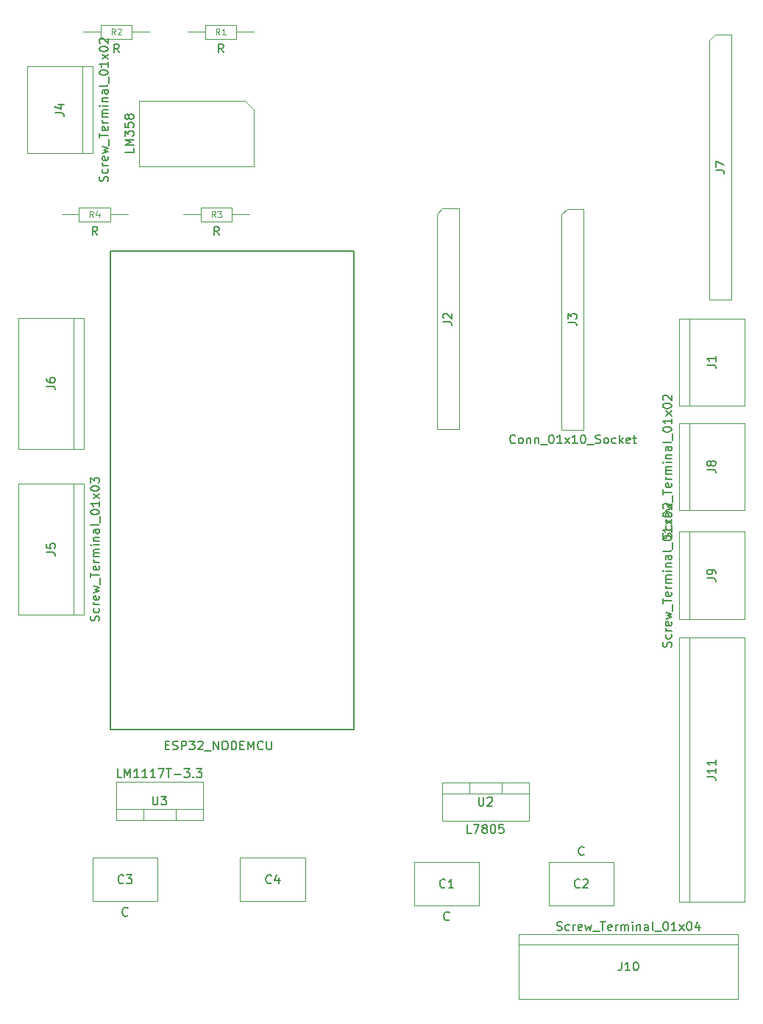
<source format=gbr>
%TF.GenerationSoftware,KiCad,Pcbnew,9.0.3*%
%TF.CreationDate,2025-08-08T14:41:56-05:00*%
%TF.ProjectId,baquelita,62617175-656c-4697-9461-2e6b69636164,rev?*%
%TF.SameCoordinates,Original*%
%TF.FileFunction,AssemblyDrawing,Top*%
%FSLAX46Y46*%
G04 Gerber Fmt 4.6, Leading zero omitted, Abs format (unit mm)*
G04 Created by KiCad (PCBNEW 9.0.3) date 2025-08-08 14:41:56*
%MOMM*%
%LPD*%
G01*
G04 APERTURE LIST*
%ADD10C,0.150000*%
%ADD11C,0.108000*%
%ADD12C,0.100000*%
%ADD13C,0.127000*%
G04 APERTURE END LIST*
D10*
X95191904Y-147807200D02*
X95334761Y-147854819D01*
X95334761Y-147854819D02*
X95572856Y-147854819D01*
X95572856Y-147854819D02*
X95668094Y-147807200D01*
X95668094Y-147807200D02*
X95715713Y-147759580D01*
X95715713Y-147759580D02*
X95763332Y-147664342D01*
X95763332Y-147664342D02*
X95763332Y-147569104D01*
X95763332Y-147569104D02*
X95715713Y-147473866D01*
X95715713Y-147473866D02*
X95668094Y-147426247D01*
X95668094Y-147426247D02*
X95572856Y-147378628D01*
X95572856Y-147378628D02*
X95382380Y-147331009D01*
X95382380Y-147331009D02*
X95287142Y-147283390D01*
X95287142Y-147283390D02*
X95239523Y-147235771D01*
X95239523Y-147235771D02*
X95191904Y-147140533D01*
X95191904Y-147140533D02*
X95191904Y-147045295D01*
X95191904Y-147045295D02*
X95239523Y-146950057D01*
X95239523Y-146950057D02*
X95287142Y-146902438D01*
X95287142Y-146902438D02*
X95382380Y-146854819D01*
X95382380Y-146854819D02*
X95620475Y-146854819D01*
X95620475Y-146854819D02*
X95763332Y-146902438D01*
X96620475Y-147807200D02*
X96525237Y-147854819D01*
X96525237Y-147854819D02*
X96334761Y-147854819D01*
X96334761Y-147854819D02*
X96239523Y-147807200D01*
X96239523Y-147807200D02*
X96191904Y-147759580D01*
X96191904Y-147759580D02*
X96144285Y-147664342D01*
X96144285Y-147664342D02*
X96144285Y-147378628D01*
X96144285Y-147378628D02*
X96191904Y-147283390D01*
X96191904Y-147283390D02*
X96239523Y-147235771D01*
X96239523Y-147235771D02*
X96334761Y-147188152D01*
X96334761Y-147188152D02*
X96525237Y-147188152D01*
X96525237Y-147188152D02*
X96620475Y-147235771D01*
X97049047Y-147854819D02*
X97049047Y-147188152D01*
X97049047Y-147378628D02*
X97096666Y-147283390D01*
X97096666Y-147283390D02*
X97144285Y-147235771D01*
X97144285Y-147235771D02*
X97239523Y-147188152D01*
X97239523Y-147188152D02*
X97334761Y-147188152D01*
X98049047Y-147807200D02*
X97953809Y-147854819D01*
X97953809Y-147854819D02*
X97763333Y-147854819D01*
X97763333Y-147854819D02*
X97668095Y-147807200D01*
X97668095Y-147807200D02*
X97620476Y-147711961D01*
X97620476Y-147711961D02*
X97620476Y-147331009D01*
X97620476Y-147331009D02*
X97668095Y-147235771D01*
X97668095Y-147235771D02*
X97763333Y-147188152D01*
X97763333Y-147188152D02*
X97953809Y-147188152D01*
X97953809Y-147188152D02*
X98049047Y-147235771D01*
X98049047Y-147235771D02*
X98096666Y-147331009D01*
X98096666Y-147331009D02*
X98096666Y-147426247D01*
X98096666Y-147426247D02*
X97620476Y-147521485D01*
X98430000Y-147188152D02*
X98620476Y-147854819D01*
X98620476Y-147854819D02*
X98810952Y-147378628D01*
X98810952Y-147378628D02*
X99001428Y-147854819D01*
X99001428Y-147854819D02*
X99191904Y-147188152D01*
X99334762Y-147950057D02*
X100096666Y-147950057D01*
X100191905Y-146854819D02*
X100763333Y-146854819D01*
X100477619Y-147854819D02*
X100477619Y-146854819D01*
X101477619Y-147807200D02*
X101382381Y-147854819D01*
X101382381Y-147854819D02*
X101191905Y-147854819D01*
X101191905Y-147854819D02*
X101096667Y-147807200D01*
X101096667Y-147807200D02*
X101049048Y-147711961D01*
X101049048Y-147711961D02*
X101049048Y-147331009D01*
X101049048Y-147331009D02*
X101096667Y-147235771D01*
X101096667Y-147235771D02*
X101191905Y-147188152D01*
X101191905Y-147188152D02*
X101382381Y-147188152D01*
X101382381Y-147188152D02*
X101477619Y-147235771D01*
X101477619Y-147235771D02*
X101525238Y-147331009D01*
X101525238Y-147331009D02*
X101525238Y-147426247D01*
X101525238Y-147426247D02*
X101049048Y-147521485D01*
X101953810Y-147854819D02*
X101953810Y-147188152D01*
X101953810Y-147378628D02*
X102001429Y-147283390D01*
X102001429Y-147283390D02*
X102049048Y-147235771D01*
X102049048Y-147235771D02*
X102144286Y-147188152D01*
X102144286Y-147188152D02*
X102239524Y-147188152D01*
X102572858Y-147854819D02*
X102572858Y-147188152D01*
X102572858Y-147283390D02*
X102620477Y-147235771D01*
X102620477Y-147235771D02*
X102715715Y-147188152D01*
X102715715Y-147188152D02*
X102858572Y-147188152D01*
X102858572Y-147188152D02*
X102953810Y-147235771D01*
X102953810Y-147235771D02*
X103001429Y-147331009D01*
X103001429Y-147331009D02*
X103001429Y-147854819D01*
X103001429Y-147331009D02*
X103049048Y-147235771D01*
X103049048Y-147235771D02*
X103144286Y-147188152D01*
X103144286Y-147188152D02*
X103287143Y-147188152D01*
X103287143Y-147188152D02*
X103382382Y-147235771D01*
X103382382Y-147235771D02*
X103430001Y-147331009D01*
X103430001Y-147331009D02*
X103430001Y-147854819D01*
X103906191Y-147854819D02*
X103906191Y-147188152D01*
X103906191Y-146854819D02*
X103858572Y-146902438D01*
X103858572Y-146902438D02*
X103906191Y-146950057D01*
X103906191Y-146950057D02*
X103953810Y-146902438D01*
X103953810Y-146902438D02*
X103906191Y-146854819D01*
X103906191Y-146854819D02*
X103906191Y-146950057D01*
X104382381Y-147188152D02*
X104382381Y-147854819D01*
X104382381Y-147283390D02*
X104430000Y-147235771D01*
X104430000Y-147235771D02*
X104525238Y-147188152D01*
X104525238Y-147188152D02*
X104668095Y-147188152D01*
X104668095Y-147188152D02*
X104763333Y-147235771D01*
X104763333Y-147235771D02*
X104810952Y-147331009D01*
X104810952Y-147331009D02*
X104810952Y-147854819D01*
X105715714Y-147854819D02*
X105715714Y-147331009D01*
X105715714Y-147331009D02*
X105668095Y-147235771D01*
X105668095Y-147235771D02*
X105572857Y-147188152D01*
X105572857Y-147188152D02*
X105382381Y-147188152D01*
X105382381Y-147188152D02*
X105287143Y-147235771D01*
X105715714Y-147807200D02*
X105620476Y-147854819D01*
X105620476Y-147854819D02*
X105382381Y-147854819D01*
X105382381Y-147854819D02*
X105287143Y-147807200D01*
X105287143Y-147807200D02*
X105239524Y-147711961D01*
X105239524Y-147711961D02*
X105239524Y-147616723D01*
X105239524Y-147616723D02*
X105287143Y-147521485D01*
X105287143Y-147521485D02*
X105382381Y-147473866D01*
X105382381Y-147473866D02*
X105620476Y-147473866D01*
X105620476Y-147473866D02*
X105715714Y-147426247D01*
X106334762Y-147854819D02*
X106239524Y-147807200D01*
X106239524Y-147807200D02*
X106191905Y-147711961D01*
X106191905Y-147711961D02*
X106191905Y-146854819D01*
X106477620Y-147950057D02*
X107239524Y-147950057D01*
X107668096Y-146854819D02*
X107763334Y-146854819D01*
X107763334Y-146854819D02*
X107858572Y-146902438D01*
X107858572Y-146902438D02*
X107906191Y-146950057D01*
X107906191Y-146950057D02*
X107953810Y-147045295D01*
X107953810Y-147045295D02*
X108001429Y-147235771D01*
X108001429Y-147235771D02*
X108001429Y-147473866D01*
X108001429Y-147473866D02*
X107953810Y-147664342D01*
X107953810Y-147664342D02*
X107906191Y-147759580D01*
X107906191Y-147759580D02*
X107858572Y-147807200D01*
X107858572Y-147807200D02*
X107763334Y-147854819D01*
X107763334Y-147854819D02*
X107668096Y-147854819D01*
X107668096Y-147854819D02*
X107572858Y-147807200D01*
X107572858Y-147807200D02*
X107525239Y-147759580D01*
X107525239Y-147759580D02*
X107477620Y-147664342D01*
X107477620Y-147664342D02*
X107430001Y-147473866D01*
X107430001Y-147473866D02*
X107430001Y-147235771D01*
X107430001Y-147235771D02*
X107477620Y-147045295D01*
X107477620Y-147045295D02*
X107525239Y-146950057D01*
X107525239Y-146950057D02*
X107572858Y-146902438D01*
X107572858Y-146902438D02*
X107668096Y-146854819D01*
X108953810Y-147854819D02*
X108382382Y-147854819D01*
X108668096Y-147854819D02*
X108668096Y-146854819D01*
X108668096Y-146854819D02*
X108572858Y-146997676D01*
X108572858Y-146997676D02*
X108477620Y-147092914D01*
X108477620Y-147092914D02*
X108382382Y-147140533D01*
X109287144Y-147854819D02*
X109810953Y-147188152D01*
X109287144Y-147188152D02*
X109810953Y-147854819D01*
X110382382Y-146854819D02*
X110477620Y-146854819D01*
X110477620Y-146854819D02*
X110572858Y-146902438D01*
X110572858Y-146902438D02*
X110620477Y-146950057D01*
X110620477Y-146950057D02*
X110668096Y-147045295D01*
X110668096Y-147045295D02*
X110715715Y-147235771D01*
X110715715Y-147235771D02*
X110715715Y-147473866D01*
X110715715Y-147473866D02*
X110668096Y-147664342D01*
X110668096Y-147664342D02*
X110620477Y-147759580D01*
X110620477Y-147759580D02*
X110572858Y-147807200D01*
X110572858Y-147807200D02*
X110477620Y-147854819D01*
X110477620Y-147854819D02*
X110382382Y-147854819D01*
X110382382Y-147854819D02*
X110287144Y-147807200D01*
X110287144Y-147807200D02*
X110239525Y-147759580D01*
X110239525Y-147759580D02*
X110191906Y-147664342D01*
X110191906Y-147664342D02*
X110144287Y-147473866D01*
X110144287Y-147473866D02*
X110144287Y-147235771D01*
X110144287Y-147235771D02*
X110191906Y-147045295D01*
X110191906Y-147045295D02*
X110239525Y-146950057D01*
X110239525Y-146950057D02*
X110287144Y-146902438D01*
X110287144Y-146902438D02*
X110382382Y-146854819D01*
X111572858Y-147188152D02*
X111572858Y-147854819D01*
X111334763Y-146807200D02*
X111096668Y-147521485D01*
X111096668Y-147521485D02*
X111715715Y-147521485D01*
X102610476Y-151454819D02*
X102610476Y-152169104D01*
X102610476Y-152169104D02*
X102562857Y-152311961D01*
X102562857Y-152311961D02*
X102467619Y-152407200D01*
X102467619Y-152407200D02*
X102324762Y-152454819D01*
X102324762Y-152454819D02*
X102229524Y-152454819D01*
X103610476Y-152454819D02*
X103039048Y-152454819D01*
X103324762Y-152454819D02*
X103324762Y-151454819D01*
X103324762Y-151454819D02*
X103229524Y-151597676D01*
X103229524Y-151597676D02*
X103134286Y-151692914D01*
X103134286Y-151692914D02*
X103039048Y-151740533D01*
X104229524Y-151454819D02*
X104324762Y-151454819D01*
X104324762Y-151454819D02*
X104420000Y-151502438D01*
X104420000Y-151502438D02*
X104467619Y-151550057D01*
X104467619Y-151550057D02*
X104515238Y-151645295D01*
X104515238Y-151645295D02*
X104562857Y-151835771D01*
X104562857Y-151835771D02*
X104562857Y-152073866D01*
X104562857Y-152073866D02*
X104515238Y-152264342D01*
X104515238Y-152264342D02*
X104467619Y-152359580D01*
X104467619Y-152359580D02*
X104420000Y-152407200D01*
X104420000Y-152407200D02*
X104324762Y-152454819D01*
X104324762Y-152454819D02*
X104229524Y-152454819D01*
X104229524Y-152454819D02*
X104134286Y-152407200D01*
X104134286Y-152407200D02*
X104086667Y-152359580D01*
X104086667Y-152359580D02*
X104039048Y-152264342D01*
X104039048Y-152264342D02*
X103991429Y-152073866D01*
X103991429Y-152073866D02*
X103991429Y-151835771D01*
X103991429Y-151835771D02*
X104039048Y-151645295D01*
X104039048Y-151645295D02*
X104086667Y-151550057D01*
X104086667Y-151550057D02*
X104134286Y-151502438D01*
X104134286Y-151502438D02*
X104229524Y-151454819D01*
X82104819Y-77863333D02*
X82819104Y-77863333D01*
X82819104Y-77863333D02*
X82961961Y-77910952D01*
X82961961Y-77910952D02*
X83057200Y-78006190D01*
X83057200Y-78006190D02*
X83104819Y-78149047D01*
X83104819Y-78149047D02*
X83104819Y-78244285D01*
X82200057Y-77434761D02*
X82152438Y-77387142D01*
X82152438Y-77387142D02*
X82104819Y-77291904D01*
X82104819Y-77291904D02*
X82104819Y-77053809D01*
X82104819Y-77053809D02*
X82152438Y-76958571D01*
X82152438Y-76958571D02*
X82200057Y-76910952D01*
X82200057Y-76910952D02*
X82295295Y-76863333D01*
X82295295Y-76863333D02*
X82390533Y-76863333D01*
X82390533Y-76863333D02*
X82533390Y-76910952D01*
X82533390Y-76910952D02*
X83104819Y-77482380D01*
X83104819Y-77482380D02*
X83104819Y-76863333D01*
X90404760Y-91739580D02*
X90357141Y-91787200D01*
X90357141Y-91787200D02*
X90214284Y-91834819D01*
X90214284Y-91834819D02*
X90119046Y-91834819D01*
X90119046Y-91834819D02*
X89976189Y-91787200D01*
X89976189Y-91787200D02*
X89880951Y-91691961D01*
X89880951Y-91691961D02*
X89833332Y-91596723D01*
X89833332Y-91596723D02*
X89785713Y-91406247D01*
X89785713Y-91406247D02*
X89785713Y-91263390D01*
X89785713Y-91263390D02*
X89833332Y-91072914D01*
X89833332Y-91072914D02*
X89880951Y-90977676D01*
X89880951Y-90977676D02*
X89976189Y-90882438D01*
X89976189Y-90882438D02*
X90119046Y-90834819D01*
X90119046Y-90834819D02*
X90214284Y-90834819D01*
X90214284Y-90834819D02*
X90357141Y-90882438D01*
X90357141Y-90882438D02*
X90404760Y-90930057D01*
X90976189Y-91834819D02*
X90880951Y-91787200D01*
X90880951Y-91787200D02*
X90833332Y-91739580D01*
X90833332Y-91739580D02*
X90785713Y-91644342D01*
X90785713Y-91644342D02*
X90785713Y-91358628D01*
X90785713Y-91358628D02*
X90833332Y-91263390D01*
X90833332Y-91263390D02*
X90880951Y-91215771D01*
X90880951Y-91215771D02*
X90976189Y-91168152D01*
X90976189Y-91168152D02*
X91119046Y-91168152D01*
X91119046Y-91168152D02*
X91214284Y-91215771D01*
X91214284Y-91215771D02*
X91261903Y-91263390D01*
X91261903Y-91263390D02*
X91309522Y-91358628D01*
X91309522Y-91358628D02*
X91309522Y-91644342D01*
X91309522Y-91644342D02*
X91261903Y-91739580D01*
X91261903Y-91739580D02*
X91214284Y-91787200D01*
X91214284Y-91787200D02*
X91119046Y-91834819D01*
X91119046Y-91834819D02*
X90976189Y-91834819D01*
X91738094Y-91168152D02*
X91738094Y-91834819D01*
X91738094Y-91263390D02*
X91785713Y-91215771D01*
X91785713Y-91215771D02*
X91880951Y-91168152D01*
X91880951Y-91168152D02*
X92023808Y-91168152D01*
X92023808Y-91168152D02*
X92119046Y-91215771D01*
X92119046Y-91215771D02*
X92166665Y-91311009D01*
X92166665Y-91311009D02*
X92166665Y-91834819D01*
X92642856Y-91168152D02*
X92642856Y-91834819D01*
X92642856Y-91263390D02*
X92690475Y-91215771D01*
X92690475Y-91215771D02*
X92785713Y-91168152D01*
X92785713Y-91168152D02*
X92928570Y-91168152D01*
X92928570Y-91168152D02*
X93023808Y-91215771D01*
X93023808Y-91215771D02*
X93071427Y-91311009D01*
X93071427Y-91311009D02*
X93071427Y-91834819D01*
X93309523Y-91930057D02*
X94071427Y-91930057D01*
X94499999Y-90834819D02*
X94595237Y-90834819D01*
X94595237Y-90834819D02*
X94690475Y-90882438D01*
X94690475Y-90882438D02*
X94738094Y-90930057D01*
X94738094Y-90930057D02*
X94785713Y-91025295D01*
X94785713Y-91025295D02*
X94833332Y-91215771D01*
X94833332Y-91215771D02*
X94833332Y-91453866D01*
X94833332Y-91453866D02*
X94785713Y-91644342D01*
X94785713Y-91644342D02*
X94738094Y-91739580D01*
X94738094Y-91739580D02*
X94690475Y-91787200D01*
X94690475Y-91787200D02*
X94595237Y-91834819D01*
X94595237Y-91834819D02*
X94499999Y-91834819D01*
X94499999Y-91834819D02*
X94404761Y-91787200D01*
X94404761Y-91787200D02*
X94357142Y-91739580D01*
X94357142Y-91739580D02*
X94309523Y-91644342D01*
X94309523Y-91644342D02*
X94261904Y-91453866D01*
X94261904Y-91453866D02*
X94261904Y-91215771D01*
X94261904Y-91215771D02*
X94309523Y-91025295D01*
X94309523Y-91025295D02*
X94357142Y-90930057D01*
X94357142Y-90930057D02*
X94404761Y-90882438D01*
X94404761Y-90882438D02*
X94499999Y-90834819D01*
X95785713Y-91834819D02*
X95214285Y-91834819D01*
X95499999Y-91834819D02*
X95499999Y-90834819D01*
X95499999Y-90834819D02*
X95404761Y-90977676D01*
X95404761Y-90977676D02*
X95309523Y-91072914D01*
X95309523Y-91072914D02*
X95214285Y-91120533D01*
X96119047Y-91834819D02*
X96642856Y-91168152D01*
X96119047Y-91168152D02*
X96642856Y-91834819D01*
X97547618Y-91834819D02*
X96976190Y-91834819D01*
X97261904Y-91834819D02*
X97261904Y-90834819D01*
X97261904Y-90834819D02*
X97166666Y-90977676D01*
X97166666Y-90977676D02*
X97071428Y-91072914D01*
X97071428Y-91072914D02*
X96976190Y-91120533D01*
X98166666Y-90834819D02*
X98261904Y-90834819D01*
X98261904Y-90834819D02*
X98357142Y-90882438D01*
X98357142Y-90882438D02*
X98404761Y-90930057D01*
X98404761Y-90930057D02*
X98452380Y-91025295D01*
X98452380Y-91025295D02*
X98499999Y-91215771D01*
X98499999Y-91215771D02*
X98499999Y-91453866D01*
X98499999Y-91453866D02*
X98452380Y-91644342D01*
X98452380Y-91644342D02*
X98404761Y-91739580D01*
X98404761Y-91739580D02*
X98357142Y-91787200D01*
X98357142Y-91787200D02*
X98261904Y-91834819D01*
X98261904Y-91834819D02*
X98166666Y-91834819D01*
X98166666Y-91834819D02*
X98071428Y-91787200D01*
X98071428Y-91787200D02*
X98023809Y-91739580D01*
X98023809Y-91739580D02*
X97976190Y-91644342D01*
X97976190Y-91644342D02*
X97928571Y-91453866D01*
X97928571Y-91453866D02*
X97928571Y-91215771D01*
X97928571Y-91215771D02*
X97976190Y-91025295D01*
X97976190Y-91025295D02*
X98023809Y-90930057D01*
X98023809Y-90930057D02*
X98071428Y-90882438D01*
X98071428Y-90882438D02*
X98166666Y-90834819D01*
X98690476Y-91930057D02*
X99452380Y-91930057D01*
X99642857Y-91787200D02*
X99785714Y-91834819D01*
X99785714Y-91834819D02*
X100023809Y-91834819D01*
X100023809Y-91834819D02*
X100119047Y-91787200D01*
X100119047Y-91787200D02*
X100166666Y-91739580D01*
X100166666Y-91739580D02*
X100214285Y-91644342D01*
X100214285Y-91644342D02*
X100214285Y-91549104D01*
X100214285Y-91549104D02*
X100166666Y-91453866D01*
X100166666Y-91453866D02*
X100119047Y-91406247D01*
X100119047Y-91406247D02*
X100023809Y-91358628D01*
X100023809Y-91358628D02*
X99833333Y-91311009D01*
X99833333Y-91311009D02*
X99738095Y-91263390D01*
X99738095Y-91263390D02*
X99690476Y-91215771D01*
X99690476Y-91215771D02*
X99642857Y-91120533D01*
X99642857Y-91120533D02*
X99642857Y-91025295D01*
X99642857Y-91025295D02*
X99690476Y-90930057D01*
X99690476Y-90930057D02*
X99738095Y-90882438D01*
X99738095Y-90882438D02*
X99833333Y-90834819D01*
X99833333Y-90834819D02*
X100071428Y-90834819D01*
X100071428Y-90834819D02*
X100214285Y-90882438D01*
X100785714Y-91834819D02*
X100690476Y-91787200D01*
X100690476Y-91787200D02*
X100642857Y-91739580D01*
X100642857Y-91739580D02*
X100595238Y-91644342D01*
X100595238Y-91644342D02*
X100595238Y-91358628D01*
X100595238Y-91358628D02*
X100642857Y-91263390D01*
X100642857Y-91263390D02*
X100690476Y-91215771D01*
X100690476Y-91215771D02*
X100785714Y-91168152D01*
X100785714Y-91168152D02*
X100928571Y-91168152D01*
X100928571Y-91168152D02*
X101023809Y-91215771D01*
X101023809Y-91215771D02*
X101071428Y-91263390D01*
X101071428Y-91263390D02*
X101119047Y-91358628D01*
X101119047Y-91358628D02*
X101119047Y-91644342D01*
X101119047Y-91644342D02*
X101071428Y-91739580D01*
X101071428Y-91739580D02*
X101023809Y-91787200D01*
X101023809Y-91787200D02*
X100928571Y-91834819D01*
X100928571Y-91834819D02*
X100785714Y-91834819D01*
X101976190Y-91787200D02*
X101880952Y-91834819D01*
X101880952Y-91834819D02*
X101690476Y-91834819D01*
X101690476Y-91834819D02*
X101595238Y-91787200D01*
X101595238Y-91787200D02*
X101547619Y-91739580D01*
X101547619Y-91739580D02*
X101500000Y-91644342D01*
X101500000Y-91644342D02*
X101500000Y-91358628D01*
X101500000Y-91358628D02*
X101547619Y-91263390D01*
X101547619Y-91263390D02*
X101595238Y-91215771D01*
X101595238Y-91215771D02*
X101690476Y-91168152D01*
X101690476Y-91168152D02*
X101880952Y-91168152D01*
X101880952Y-91168152D02*
X101976190Y-91215771D01*
X102404762Y-91834819D02*
X102404762Y-90834819D01*
X102500000Y-91453866D02*
X102785714Y-91834819D01*
X102785714Y-91168152D02*
X102404762Y-91549104D01*
X103595238Y-91787200D02*
X103500000Y-91834819D01*
X103500000Y-91834819D02*
X103309524Y-91834819D01*
X103309524Y-91834819D02*
X103214286Y-91787200D01*
X103214286Y-91787200D02*
X103166667Y-91691961D01*
X103166667Y-91691961D02*
X103166667Y-91311009D01*
X103166667Y-91311009D02*
X103214286Y-91215771D01*
X103214286Y-91215771D02*
X103309524Y-91168152D01*
X103309524Y-91168152D02*
X103500000Y-91168152D01*
X103500000Y-91168152D02*
X103595238Y-91215771D01*
X103595238Y-91215771D02*
X103642857Y-91311009D01*
X103642857Y-91311009D02*
X103642857Y-91406247D01*
X103642857Y-91406247D02*
X103166667Y-91501485D01*
X103928572Y-91168152D02*
X104309524Y-91168152D01*
X104071429Y-90834819D02*
X104071429Y-91691961D01*
X104071429Y-91691961D02*
X104119048Y-91787200D01*
X104119048Y-91787200D02*
X104214286Y-91834819D01*
X104214286Y-91834819D02*
X104309524Y-91834819D01*
X96454819Y-77903333D02*
X97169104Y-77903333D01*
X97169104Y-77903333D02*
X97311961Y-77950952D01*
X97311961Y-77950952D02*
X97407200Y-78046190D01*
X97407200Y-78046190D02*
X97454819Y-78189047D01*
X97454819Y-78189047D02*
X97454819Y-78284285D01*
X96454819Y-77522380D02*
X96454819Y-76903333D01*
X96454819Y-76903333D02*
X96835771Y-77236666D01*
X96835771Y-77236666D02*
X96835771Y-77093809D01*
X96835771Y-77093809D02*
X96883390Y-76998571D01*
X96883390Y-76998571D02*
X96931009Y-76950952D01*
X96931009Y-76950952D02*
X97026247Y-76903333D01*
X97026247Y-76903333D02*
X97264342Y-76903333D01*
X97264342Y-76903333D02*
X97359580Y-76950952D01*
X97359580Y-76950952D02*
X97407200Y-76998571D01*
X97407200Y-76998571D02*
X97454819Y-77093809D01*
X97454819Y-77093809D02*
X97454819Y-77379523D01*
X97454819Y-77379523D02*
X97407200Y-77474761D01*
X97407200Y-77474761D02*
X97359580Y-77522380D01*
X113454819Y-60403333D02*
X114169104Y-60403333D01*
X114169104Y-60403333D02*
X114311961Y-60450952D01*
X114311961Y-60450952D02*
X114407200Y-60546190D01*
X114407200Y-60546190D02*
X114454819Y-60689047D01*
X114454819Y-60689047D02*
X114454819Y-60784285D01*
X113454819Y-60022380D02*
X113454819Y-59355714D01*
X113454819Y-59355714D02*
X114454819Y-59784285D01*
X112454819Y-130189523D02*
X113169104Y-130189523D01*
X113169104Y-130189523D02*
X113311961Y-130237142D01*
X113311961Y-130237142D02*
X113407200Y-130332380D01*
X113407200Y-130332380D02*
X113454819Y-130475237D01*
X113454819Y-130475237D02*
X113454819Y-130570475D01*
X113454819Y-129189523D02*
X113454819Y-129760951D01*
X113454819Y-129475237D02*
X112454819Y-129475237D01*
X112454819Y-129475237D02*
X112597676Y-129570475D01*
X112597676Y-129570475D02*
X112692914Y-129665713D01*
X112692914Y-129665713D02*
X112740533Y-129760951D01*
X113454819Y-128237142D02*
X113454819Y-128808570D01*
X113454819Y-128522856D02*
X112454819Y-128522856D01*
X112454819Y-128522856D02*
X112597676Y-128618094D01*
X112597676Y-128618094D02*
X112692914Y-128713332D01*
X112692914Y-128713332D02*
X112740533Y-128808570D01*
X85364761Y-136654819D02*
X84888571Y-136654819D01*
X84888571Y-136654819D02*
X84888571Y-135654819D01*
X85602857Y-135654819D02*
X86269523Y-135654819D01*
X86269523Y-135654819D02*
X85840952Y-136654819D01*
X86793333Y-136083390D02*
X86698095Y-136035771D01*
X86698095Y-136035771D02*
X86650476Y-135988152D01*
X86650476Y-135988152D02*
X86602857Y-135892914D01*
X86602857Y-135892914D02*
X86602857Y-135845295D01*
X86602857Y-135845295D02*
X86650476Y-135750057D01*
X86650476Y-135750057D02*
X86698095Y-135702438D01*
X86698095Y-135702438D02*
X86793333Y-135654819D01*
X86793333Y-135654819D02*
X86983809Y-135654819D01*
X86983809Y-135654819D02*
X87079047Y-135702438D01*
X87079047Y-135702438D02*
X87126666Y-135750057D01*
X87126666Y-135750057D02*
X87174285Y-135845295D01*
X87174285Y-135845295D02*
X87174285Y-135892914D01*
X87174285Y-135892914D02*
X87126666Y-135988152D01*
X87126666Y-135988152D02*
X87079047Y-136035771D01*
X87079047Y-136035771D02*
X86983809Y-136083390D01*
X86983809Y-136083390D02*
X86793333Y-136083390D01*
X86793333Y-136083390D02*
X86698095Y-136131009D01*
X86698095Y-136131009D02*
X86650476Y-136178628D01*
X86650476Y-136178628D02*
X86602857Y-136273866D01*
X86602857Y-136273866D02*
X86602857Y-136464342D01*
X86602857Y-136464342D02*
X86650476Y-136559580D01*
X86650476Y-136559580D02*
X86698095Y-136607200D01*
X86698095Y-136607200D02*
X86793333Y-136654819D01*
X86793333Y-136654819D02*
X86983809Y-136654819D01*
X86983809Y-136654819D02*
X87079047Y-136607200D01*
X87079047Y-136607200D02*
X87126666Y-136559580D01*
X87126666Y-136559580D02*
X87174285Y-136464342D01*
X87174285Y-136464342D02*
X87174285Y-136273866D01*
X87174285Y-136273866D02*
X87126666Y-136178628D01*
X87126666Y-136178628D02*
X87079047Y-136131009D01*
X87079047Y-136131009D02*
X86983809Y-136083390D01*
X87793333Y-135654819D02*
X87888571Y-135654819D01*
X87888571Y-135654819D02*
X87983809Y-135702438D01*
X87983809Y-135702438D02*
X88031428Y-135750057D01*
X88031428Y-135750057D02*
X88079047Y-135845295D01*
X88079047Y-135845295D02*
X88126666Y-136035771D01*
X88126666Y-136035771D02*
X88126666Y-136273866D01*
X88126666Y-136273866D02*
X88079047Y-136464342D01*
X88079047Y-136464342D02*
X88031428Y-136559580D01*
X88031428Y-136559580D02*
X87983809Y-136607200D01*
X87983809Y-136607200D02*
X87888571Y-136654819D01*
X87888571Y-136654819D02*
X87793333Y-136654819D01*
X87793333Y-136654819D02*
X87698095Y-136607200D01*
X87698095Y-136607200D02*
X87650476Y-136559580D01*
X87650476Y-136559580D02*
X87602857Y-136464342D01*
X87602857Y-136464342D02*
X87555238Y-136273866D01*
X87555238Y-136273866D02*
X87555238Y-136035771D01*
X87555238Y-136035771D02*
X87602857Y-135845295D01*
X87602857Y-135845295D02*
X87650476Y-135750057D01*
X87650476Y-135750057D02*
X87698095Y-135702438D01*
X87698095Y-135702438D02*
X87793333Y-135654819D01*
X89031428Y-135654819D02*
X88555238Y-135654819D01*
X88555238Y-135654819D02*
X88507619Y-136131009D01*
X88507619Y-136131009D02*
X88555238Y-136083390D01*
X88555238Y-136083390D02*
X88650476Y-136035771D01*
X88650476Y-136035771D02*
X88888571Y-136035771D01*
X88888571Y-136035771D02*
X88983809Y-136083390D01*
X88983809Y-136083390D02*
X89031428Y-136131009D01*
X89031428Y-136131009D02*
X89079047Y-136226247D01*
X89079047Y-136226247D02*
X89079047Y-136464342D01*
X89079047Y-136464342D02*
X89031428Y-136559580D01*
X89031428Y-136559580D02*
X88983809Y-136607200D01*
X88983809Y-136607200D02*
X88888571Y-136654819D01*
X88888571Y-136654819D02*
X88650476Y-136654819D01*
X88650476Y-136654819D02*
X88555238Y-136607200D01*
X88555238Y-136607200D02*
X88507619Y-136559580D01*
X86198095Y-132504819D02*
X86198095Y-133314342D01*
X86198095Y-133314342D02*
X86245714Y-133409580D01*
X86245714Y-133409580D02*
X86293333Y-133457200D01*
X86293333Y-133457200D02*
X86388571Y-133504819D01*
X86388571Y-133504819D02*
X86579047Y-133504819D01*
X86579047Y-133504819D02*
X86674285Y-133457200D01*
X86674285Y-133457200D02*
X86721904Y-133409580D01*
X86721904Y-133409580D02*
X86769523Y-133314342D01*
X86769523Y-133314342D02*
X86769523Y-132504819D01*
X87198095Y-132600057D02*
X87245714Y-132552438D01*
X87245714Y-132552438D02*
X87340952Y-132504819D01*
X87340952Y-132504819D02*
X87579047Y-132504819D01*
X87579047Y-132504819D02*
X87674285Y-132552438D01*
X87674285Y-132552438D02*
X87721904Y-132600057D01*
X87721904Y-132600057D02*
X87769523Y-132695295D01*
X87769523Y-132695295D02*
X87769523Y-132790533D01*
X87769523Y-132790533D02*
X87721904Y-132933390D01*
X87721904Y-132933390D02*
X87150476Y-133504819D01*
X87150476Y-133504819D02*
X87769523Y-133504819D01*
X45102857Y-130254819D02*
X44626667Y-130254819D01*
X44626667Y-130254819D02*
X44626667Y-129254819D01*
X45436191Y-130254819D02*
X45436191Y-129254819D01*
X45436191Y-129254819D02*
X45769524Y-129969104D01*
X45769524Y-129969104D02*
X46102857Y-129254819D01*
X46102857Y-129254819D02*
X46102857Y-130254819D01*
X47102857Y-130254819D02*
X46531429Y-130254819D01*
X46817143Y-130254819D02*
X46817143Y-129254819D01*
X46817143Y-129254819D02*
X46721905Y-129397676D01*
X46721905Y-129397676D02*
X46626667Y-129492914D01*
X46626667Y-129492914D02*
X46531429Y-129540533D01*
X48055238Y-130254819D02*
X47483810Y-130254819D01*
X47769524Y-130254819D02*
X47769524Y-129254819D01*
X47769524Y-129254819D02*
X47674286Y-129397676D01*
X47674286Y-129397676D02*
X47579048Y-129492914D01*
X47579048Y-129492914D02*
X47483810Y-129540533D01*
X49007619Y-130254819D02*
X48436191Y-130254819D01*
X48721905Y-130254819D02*
X48721905Y-129254819D01*
X48721905Y-129254819D02*
X48626667Y-129397676D01*
X48626667Y-129397676D02*
X48531429Y-129492914D01*
X48531429Y-129492914D02*
X48436191Y-129540533D01*
X49340953Y-129254819D02*
X50007619Y-129254819D01*
X50007619Y-129254819D02*
X49579048Y-130254819D01*
X50245715Y-129254819D02*
X50817143Y-129254819D01*
X50531429Y-130254819D02*
X50531429Y-129254819D01*
X51150477Y-129873866D02*
X51912382Y-129873866D01*
X52293334Y-129254819D02*
X52912381Y-129254819D01*
X52912381Y-129254819D02*
X52579048Y-129635771D01*
X52579048Y-129635771D02*
X52721905Y-129635771D01*
X52721905Y-129635771D02*
X52817143Y-129683390D01*
X52817143Y-129683390D02*
X52864762Y-129731009D01*
X52864762Y-129731009D02*
X52912381Y-129826247D01*
X52912381Y-129826247D02*
X52912381Y-130064342D01*
X52912381Y-130064342D02*
X52864762Y-130159580D01*
X52864762Y-130159580D02*
X52817143Y-130207200D01*
X52817143Y-130207200D02*
X52721905Y-130254819D01*
X52721905Y-130254819D02*
X52436191Y-130254819D01*
X52436191Y-130254819D02*
X52340953Y-130207200D01*
X52340953Y-130207200D02*
X52293334Y-130159580D01*
X53340953Y-130159580D02*
X53388572Y-130207200D01*
X53388572Y-130207200D02*
X53340953Y-130254819D01*
X53340953Y-130254819D02*
X53293334Y-130207200D01*
X53293334Y-130207200D02*
X53340953Y-130159580D01*
X53340953Y-130159580D02*
X53340953Y-130254819D01*
X53721905Y-129254819D02*
X54340952Y-129254819D01*
X54340952Y-129254819D02*
X54007619Y-129635771D01*
X54007619Y-129635771D02*
X54150476Y-129635771D01*
X54150476Y-129635771D02*
X54245714Y-129683390D01*
X54245714Y-129683390D02*
X54293333Y-129731009D01*
X54293333Y-129731009D02*
X54340952Y-129826247D01*
X54340952Y-129826247D02*
X54340952Y-130064342D01*
X54340952Y-130064342D02*
X54293333Y-130159580D01*
X54293333Y-130159580D02*
X54245714Y-130207200D01*
X54245714Y-130207200D02*
X54150476Y-130254819D01*
X54150476Y-130254819D02*
X53864762Y-130254819D01*
X53864762Y-130254819D02*
X53769524Y-130207200D01*
X53769524Y-130207200D02*
X53721905Y-130159580D01*
X48698095Y-132404819D02*
X48698095Y-133214342D01*
X48698095Y-133214342D02*
X48745714Y-133309580D01*
X48745714Y-133309580D02*
X48793333Y-133357200D01*
X48793333Y-133357200D02*
X48888571Y-133404819D01*
X48888571Y-133404819D02*
X49079047Y-133404819D01*
X49079047Y-133404819D02*
X49174285Y-133357200D01*
X49174285Y-133357200D02*
X49221904Y-133309580D01*
X49221904Y-133309580D02*
X49269523Y-133214342D01*
X49269523Y-133214342D02*
X49269523Y-132404819D01*
X49650476Y-132404819D02*
X50269523Y-132404819D01*
X50269523Y-132404819D02*
X49936190Y-132785771D01*
X49936190Y-132785771D02*
X50079047Y-132785771D01*
X50079047Y-132785771D02*
X50174285Y-132833390D01*
X50174285Y-132833390D02*
X50221904Y-132881009D01*
X50221904Y-132881009D02*
X50269523Y-132976247D01*
X50269523Y-132976247D02*
X50269523Y-133214342D01*
X50269523Y-133214342D02*
X50221904Y-133309580D01*
X50221904Y-133309580D02*
X50174285Y-133357200D01*
X50174285Y-133357200D02*
X50079047Y-133404819D01*
X50079047Y-133404819D02*
X49793333Y-133404819D01*
X49793333Y-133404819D02*
X49698095Y-133357200D01*
X49698095Y-133357200D02*
X49650476Y-133309580D01*
X45809523Y-146109580D02*
X45761904Y-146157200D01*
X45761904Y-146157200D02*
X45619047Y-146204819D01*
X45619047Y-146204819D02*
X45523809Y-146204819D01*
X45523809Y-146204819D02*
X45380952Y-146157200D01*
X45380952Y-146157200D02*
X45285714Y-146061961D01*
X45285714Y-146061961D02*
X45238095Y-145966723D01*
X45238095Y-145966723D02*
X45190476Y-145776247D01*
X45190476Y-145776247D02*
X45190476Y-145633390D01*
X45190476Y-145633390D02*
X45238095Y-145442914D01*
X45238095Y-145442914D02*
X45285714Y-145347676D01*
X45285714Y-145347676D02*
X45380952Y-145252438D01*
X45380952Y-145252438D02*
X45523809Y-145204819D01*
X45523809Y-145204819D02*
X45619047Y-145204819D01*
X45619047Y-145204819D02*
X45761904Y-145252438D01*
X45761904Y-145252438D02*
X45809523Y-145300057D01*
X45333333Y-142359580D02*
X45285714Y-142407200D01*
X45285714Y-142407200D02*
X45142857Y-142454819D01*
X45142857Y-142454819D02*
X45047619Y-142454819D01*
X45047619Y-142454819D02*
X44904762Y-142407200D01*
X44904762Y-142407200D02*
X44809524Y-142311961D01*
X44809524Y-142311961D02*
X44761905Y-142216723D01*
X44761905Y-142216723D02*
X44714286Y-142026247D01*
X44714286Y-142026247D02*
X44714286Y-141883390D01*
X44714286Y-141883390D02*
X44761905Y-141692914D01*
X44761905Y-141692914D02*
X44809524Y-141597676D01*
X44809524Y-141597676D02*
X44904762Y-141502438D01*
X44904762Y-141502438D02*
X45047619Y-141454819D01*
X45047619Y-141454819D02*
X45142857Y-141454819D01*
X45142857Y-141454819D02*
X45285714Y-141502438D01*
X45285714Y-141502438D02*
X45333333Y-141550057D01*
X45666667Y-141454819D02*
X46285714Y-141454819D01*
X46285714Y-141454819D02*
X45952381Y-141835771D01*
X45952381Y-141835771D02*
X46095238Y-141835771D01*
X46095238Y-141835771D02*
X46190476Y-141883390D01*
X46190476Y-141883390D02*
X46238095Y-141931009D01*
X46238095Y-141931009D02*
X46285714Y-142026247D01*
X46285714Y-142026247D02*
X46285714Y-142264342D01*
X46285714Y-142264342D02*
X46238095Y-142359580D01*
X46238095Y-142359580D02*
X46190476Y-142407200D01*
X46190476Y-142407200D02*
X46095238Y-142454819D01*
X46095238Y-142454819D02*
X45809524Y-142454819D01*
X45809524Y-142454819D02*
X45714286Y-142407200D01*
X45714286Y-142407200D02*
X45666667Y-142359580D01*
X56309523Y-67874819D02*
X55976190Y-67398628D01*
X55738095Y-67874819D02*
X55738095Y-66874819D01*
X55738095Y-66874819D02*
X56119047Y-66874819D01*
X56119047Y-66874819D02*
X56214285Y-66922438D01*
X56214285Y-66922438D02*
X56261904Y-66970057D01*
X56261904Y-66970057D02*
X56309523Y-67065295D01*
X56309523Y-67065295D02*
X56309523Y-67208152D01*
X56309523Y-67208152D02*
X56261904Y-67303390D01*
X56261904Y-67303390D02*
X56214285Y-67351009D01*
X56214285Y-67351009D02*
X56119047Y-67398628D01*
X56119047Y-67398628D02*
X55738095Y-67398628D01*
D11*
X55880000Y-65827469D02*
X55640000Y-65484612D01*
X55468571Y-65827469D02*
X55468571Y-65107469D01*
X55468571Y-65107469D02*
X55742857Y-65107469D01*
X55742857Y-65107469D02*
X55811428Y-65141755D01*
X55811428Y-65141755D02*
X55845714Y-65176041D01*
X55845714Y-65176041D02*
X55880000Y-65244612D01*
X55880000Y-65244612D02*
X55880000Y-65347469D01*
X55880000Y-65347469D02*
X55845714Y-65416041D01*
X55845714Y-65416041D02*
X55811428Y-65450326D01*
X55811428Y-65450326D02*
X55742857Y-65484612D01*
X55742857Y-65484612D02*
X55468571Y-65484612D01*
X56120000Y-65107469D02*
X56565714Y-65107469D01*
X56565714Y-65107469D02*
X56325714Y-65381755D01*
X56325714Y-65381755D02*
X56428571Y-65381755D01*
X56428571Y-65381755D02*
X56497143Y-65416041D01*
X56497143Y-65416041D02*
X56531428Y-65450326D01*
X56531428Y-65450326D02*
X56565714Y-65518898D01*
X56565714Y-65518898D02*
X56565714Y-65690326D01*
X56565714Y-65690326D02*
X56531428Y-65758898D01*
X56531428Y-65758898D02*
X56497143Y-65793184D01*
X56497143Y-65793184D02*
X56428571Y-65827469D01*
X56428571Y-65827469D02*
X56222857Y-65827469D01*
X56222857Y-65827469D02*
X56154285Y-65793184D01*
X56154285Y-65793184D02*
X56120000Y-65758898D01*
D10*
X98309523Y-139109580D02*
X98261904Y-139157200D01*
X98261904Y-139157200D02*
X98119047Y-139204819D01*
X98119047Y-139204819D02*
X98023809Y-139204819D01*
X98023809Y-139204819D02*
X97880952Y-139157200D01*
X97880952Y-139157200D02*
X97785714Y-139061961D01*
X97785714Y-139061961D02*
X97738095Y-138966723D01*
X97738095Y-138966723D02*
X97690476Y-138776247D01*
X97690476Y-138776247D02*
X97690476Y-138633390D01*
X97690476Y-138633390D02*
X97738095Y-138442914D01*
X97738095Y-138442914D02*
X97785714Y-138347676D01*
X97785714Y-138347676D02*
X97880952Y-138252438D01*
X97880952Y-138252438D02*
X98023809Y-138204819D01*
X98023809Y-138204819D02*
X98119047Y-138204819D01*
X98119047Y-138204819D02*
X98261904Y-138252438D01*
X98261904Y-138252438D02*
X98309523Y-138300057D01*
X97833333Y-142859580D02*
X97785714Y-142907200D01*
X97785714Y-142907200D02*
X97642857Y-142954819D01*
X97642857Y-142954819D02*
X97547619Y-142954819D01*
X97547619Y-142954819D02*
X97404762Y-142907200D01*
X97404762Y-142907200D02*
X97309524Y-142811961D01*
X97309524Y-142811961D02*
X97261905Y-142716723D01*
X97261905Y-142716723D02*
X97214286Y-142526247D01*
X97214286Y-142526247D02*
X97214286Y-142383390D01*
X97214286Y-142383390D02*
X97261905Y-142192914D01*
X97261905Y-142192914D02*
X97309524Y-142097676D01*
X97309524Y-142097676D02*
X97404762Y-142002438D01*
X97404762Y-142002438D02*
X97547619Y-141954819D01*
X97547619Y-141954819D02*
X97642857Y-141954819D01*
X97642857Y-141954819D02*
X97785714Y-142002438D01*
X97785714Y-142002438D02*
X97833333Y-142050057D01*
X98214286Y-142050057D02*
X98261905Y-142002438D01*
X98261905Y-142002438D02*
X98357143Y-141954819D01*
X98357143Y-141954819D02*
X98595238Y-141954819D01*
X98595238Y-141954819D02*
X98690476Y-142002438D01*
X98690476Y-142002438D02*
X98738095Y-142050057D01*
X98738095Y-142050057D02*
X98785714Y-142145295D01*
X98785714Y-142145295D02*
X98785714Y-142240533D01*
X98785714Y-142240533D02*
X98738095Y-142383390D01*
X98738095Y-142383390D02*
X98166667Y-142954819D01*
X98166667Y-142954819D02*
X98785714Y-142954819D01*
X36454819Y-85253333D02*
X37169104Y-85253333D01*
X37169104Y-85253333D02*
X37311961Y-85300952D01*
X37311961Y-85300952D02*
X37407200Y-85396190D01*
X37407200Y-85396190D02*
X37454819Y-85539047D01*
X37454819Y-85539047D02*
X37454819Y-85634285D01*
X36454819Y-84348571D02*
X36454819Y-84539047D01*
X36454819Y-84539047D02*
X36502438Y-84634285D01*
X36502438Y-84634285D02*
X36550057Y-84681904D01*
X36550057Y-84681904D02*
X36692914Y-84777142D01*
X36692914Y-84777142D02*
X36883390Y-84824761D01*
X36883390Y-84824761D02*
X37264342Y-84824761D01*
X37264342Y-84824761D02*
X37359580Y-84777142D01*
X37359580Y-84777142D02*
X37407200Y-84729523D01*
X37407200Y-84729523D02*
X37454819Y-84634285D01*
X37454819Y-84634285D02*
X37454819Y-84443809D01*
X37454819Y-84443809D02*
X37407200Y-84348571D01*
X37407200Y-84348571D02*
X37359580Y-84300952D01*
X37359580Y-84300952D02*
X37264342Y-84253333D01*
X37264342Y-84253333D02*
X37026247Y-84253333D01*
X37026247Y-84253333D02*
X36931009Y-84300952D01*
X36931009Y-84300952D02*
X36883390Y-84348571D01*
X36883390Y-84348571D02*
X36835771Y-84443809D01*
X36835771Y-84443809D02*
X36835771Y-84634285D01*
X36835771Y-84634285D02*
X36883390Y-84729523D01*
X36883390Y-84729523D02*
X36931009Y-84777142D01*
X36931009Y-84777142D02*
X37026247Y-84824761D01*
X112454819Y-82793333D02*
X113169104Y-82793333D01*
X113169104Y-82793333D02*
X113311961Y-82840952D01*
X113311961Y-82840952D02*
X113407200Y-82936190D01*
X113407200Y-82936190D02*
X113454819Y-83079047D01*
X113454819Y-83079047D02*
X113454819Y-83174285D01*
X113454819Y-81793333D02*
X113454819Y-82364761D01*
X113454819Y-82079047D02*
X112454819Y-82079047D01*
X112454819Y-82079047D02*
X112597676Y-82174285D01*
X112597676Y-82174285D02*
X112692914Y-82269523D01*
X112692914Y-82269523D02*
X112740533Y-82364761D01*
X62333333Y-142359580D02*
X62285714Y-142407200D01*
X62285714Y-142407200D02*
X62142857Y-142454819D01*
X62142857Y-142454819D02*
X62047619Y-142454819D01*
X62047619Y-142454819D02*
X61904762Y-142407200D01*
X61904762Y-142407200D02*
X61809524Y-142311961D01*
X61809524Y-142311961D02*
X61761905Y-142216723D01*
X61761905Y-142216723D02*
X61714286Y-142026247D01*
X61714286Y-142026247D02*
X61714286Y-141883390D01*
X61714286Y-141883390D02*
X61761905Y-141692914D01*
X61761905Y-141692914D02*
X61809524Y-141597676D01*
X61809524Y-141597676D02*
X61904762Y-141502438D01*
X61904762Y-141502438D02*
X62047619Y-141454819D01*
X62047619Y-141454819D02*
X62142857Y-141454819D01*
X62142857Y-141454819D02*
X62285714Y-141502438D01*
X62285714Y-141502438D02*
X62333333Y-141550057D01*
X63190476Y-141788152D02*
X63190476Y-142454819D01*
X62952381Y-141407200D02*
X62714286Y-142121485D01*
X62714286Y-142121485D02*
X63333333Y-142121485D01*
X82809523Y-146609580D02*
X82761904Y-146657200D01*
X82761904Y-146657200D02*
X82619047Y-146704819D01*
X82619047Y-146704819D02*
X82523809Y-146704819D01*
X82523809Y-146704819D02*
X82380952Y-146657200D01*
X82380952Y-146657200D02*
X82285714Y-146561961D01*
X82285714Y-146561961D02*
X82238095Y-146466723D01*
X82238095Y-146466723D02*
X82190476Y-146276247D01*
X82190476Y-146276247D02*
X82190476Y-146133390D01*
X82190476Y-146133390D02*
X82238095Y-145942914D01*
X82238095Y-145942914D02*
X82285714Y-145847676D01*
X82285714Y-145847676D02*
X82380952Y-145752438D01*
X82380952Y-145752438D02*
X82523809Y-145704819D01*
X82523809Y-145704819D02*
X82619047Y-145704819D01*
X82619047Y-145704819D02*
X82761904Y-145752438D01*
X82761904Y-145752438D02*
X82809523Y-145800057D01*
X82333333Y-142859580D02*
X82285714Y-142907200D01*
X82285714Y-142907200D02*
X82142857Y-142954819D01*
X82142857Y-142954819D02*
X82047619Y-142954819D01*
X82047619Y-142954819D02*
X81904762Y-142907200D01*
X81904762Y-142907200D02*
X81809524Y-142811961D01*
X81809524Y-142811961D02*
X81761905Y-142716723D01*
X81761905Y-142716723D02*
X81714286Y-142526247D01*
X81714286Y-142526247D02*
X81714286Y-142383390D01*
X81714286Y-142383390D02*
X81761905Y-142192914D01*
X81761905Y-142192914D02*
X81809524Y-142097676D01*
X81809524Y-142097676D02*
X81904762Y-142002438D01*
X81904762Y-142002438D02*
X82047619Y-141954819D01*
X82047619Y-141954819D02*
X82142857Y-141954819D01*
X82142857Y-141954819D02*
X82285714Y-142002438D01*
X82285714Y-142002438D02*
X82333333Y-142050057D01*
X83285714Y-142954819D02*
X82714286Y-142954819D01*
X83000000Y-142954819D02*
X83000000Y-141954819D01*
X83000000Y-141954819D02*
X82904762Y-142097676D01*
X82904762Y-142097676D02*
X82809524Y-142192914D01*
X82809524Y-142192914D02*
X82714286Y-142240533D01*
X44809523Y-46874819D02*
X44476190Y-46398628D01*
X44238095Y-46874819D02*
X44238095Y-45874819D01*
X44238095Y-45874819D02*
X44619047Y-45874819D01*
X44619047Y-45874819D02*
X44714285Y-45922438D01*
X44714285Y-45922438D02*
X44761904Y-45970057D01*
X44761904Y-45970057D02*
X44809523Y-46065295D01*
X44809523Y-46065295D02*
X44809523Y-46208152D01*
X44809523Y-46208152D02*
X44761904Y-46303390D01*
X44761904Y-46303390D02*
X44714285Y-46351009D01*
X44714285Y-46351009D02*
X44619047Y-46398628D01*
X44619047Y-46398628D02*
X44238095Y-46398628D01*
D11*
X44380000Y-44827469D02*
X44140000Y-44484612D01*
X43968571Y-44827469D02*
X43968571Y-44107469D01*
X43968571Y-44107469D02*
X44242857Y-44107469D01*
X44242857Y-44107469D02*
X44311428Y-44141755D01*
X44311428Y-44141755D02*
X44345714Y-44176041D01*
X44345714Y-44176041D02*
X44380000Y-44244612D01*
X44380000Y-44244612D02*
X44380000Y-44347469D01*
X44380000Y-44347469D02*
X44345714Y-44416041D01*
X44345714Y-44416041D02*
X44311428Y-44450326D01*
X44311428Y-44450326D02*
X44242857Y-44484612D01*
X44242857Y-44484612D02*
X43968571Y-44484612D01*
X44654285Y-44176041D02*
X44688571Y-44141755D01*
X44688571Y-44141755D02*
X44757143Y-44107469D01*
X44757143Y-44107469D02*
X44928571Y-44107469D01*
X44928571Y-44107469D02*
X44997143Y-44141755D01*
X44997143Y-44141755D02*
X45031428Y-44176041D01*
X45031428Y-44176041D02*
X45065714Y-44244612D01*
X45065714Y-44244612D02*
X45065714Y-44313184D01*
X45065714Y-44313184D02*
X45031428Y-44416041D01*
X45031428Y-44416041D02*
X44620000Y-44827469D01*
X44620000Y-44827469D02*
X45065714Y-44827469D01*
D10*
X42487200Y-112238095D02*
X42534819Y-112095238D01*
X42534819Y-112095238D02*
X42534819Y-111857143D01*
X42534819Y-111857143D02*
X42487200Y-111761905D01*
X42487200Y-111761905D02*
X42439580Y-111714286D01*
X42439580Y-111714286D02*
X42344342Y-111666667D01*
X42344342Y-111666667D02*
X42249104Y-111666667D01*
X42249104Y-111666667D02*
X42153866Y-111714286D01*
X42153866Y-111714286D02*
X42106247Y-111761905D01*
X42106247Y-111761905D02*
X42058628Y-111857143D01*
X42058628Y-111857143D02*
X42011009Y-112047619D01*
X42011009Y-112047619D02*
X41963390Y-112142857D01*
X41963390Y-112142857D02*
X41915771Y-112190476D01*
X41915771Y-112190476D02*
X41820533Y-112238095D01*
X41820533Y-112238095D02*
X41725295Y-112238095D01*
X41725295Y-112238095D02*
X41630057Y-112190476D01*
X41630057Y-112190476D02*
X41582438Y-112142857D01*
X41582438Y-112142857D02*
X41534819Y-112047619D01*
X41534819Y-112047619D02*
X41534819Y-111809524D01*
X41534819Y-111809524D02*
X41582438Y-111666667D01*
X42487200Y-110809524D02*
X42534819Y-110904762D01*
X42534819Y-110904762D02*
X42534819Y-111095238D01*
X42534819Y-111095238D02*
X42487200Y-111190476D01*
X42487200Y-111190476D02*
X42439580Y-111238095D01*
X42439580Y-111238095D02*
X42344342Y-111285714D01*
X42344342Y-111285714D02*
X42058628Y-111285714D01*
X42058628Y-111285714D02*
X41963390Y-111238095D01*
X41963390Y-111238095D02*
X41915771Y-111190476D01*
X41915771Y-111190476D02*
X41868152Y-111095238D01*
X41868152Y-111095238D02*
X41868152Y-110904762D01*
X41868152Y-110904762D02*
X41915771Y-110809524D01*
X42534819Y-110380952D02*
X41868152Y-110380952D01*
X42058628Y-110380952D02*
X41963390Y-110333333D01*
X41963390Y-110333333D02*
X41915771Y-110285714D01*
X41915771Y-110285714D02*
X41868152Y-110190476D01*
X41868152Y-110190476D02*
X41868152Y-110095238D01*
X42487200Y-109380952D02*
X42534819Y-109476190D01*
X42534819Y-109476190D02*
X42534819Y-109666666D01*
X42534819Y-109666666D02*
X42487200Y-109761904D01*
X42487200Y-109761904D02*
X42391961Y-109809523D01*
X42391961Y-109809523D02*
X42011009Y-109809523D01*
X42011009Y-109809523D02*
X41915771Y-109761904D01*
X41915771Y-109761904D02*
X41868152Y-109666666D01*
X41868152Y-109666666D02*
X41868152Y-109476190D01*
X41868152Y-109476190D02*
X41915771Y-109380952D01*
X41915771Y-109380952D02*
X42011009Y-109333333D01*
X42011009Y-109333333D02*
X42106247Y-109333333D01*
X42106247Y-109333333D02*
X42201485Y-109809523D01*
X41868152Y-108999999D02*
X42534819Y-108809523D01*
X42534819Y-108809523D02*
X42058628Y-108619047D01*
X42058628Y-108619047D02*
X42534819Y-108428571D01*
X42534819Y-108428571D02*
X41868152Y-108238095D01*
X42630057Y-108095238D02*
X42630057Y-107333333D01*
X41534819Y-107238094D02*
X41534819Y-106666666D01*
X42534819Y-106952380D02*
X41534819Y-106952380D01*
X42487200Y-105952380D02*
X42534819Y-106047618D01*
X42534819Y-106047618D02*
X42534819Y-106238094D01*
X42534819Y-106238094D02*
X42487200Y-106333332D01*
X42487200Y-106333332D02*
X42391961Y-106380951D01*
X42391961Y-106380951D02*
X42011009Y-106380951D01*
X42011009Y-106380951D02*
X41915771Y-106333332D01*
X41915771Y-106333332D02*
X41868152Y-106238094D01*
X41868152Y-106238094D02*
X41868152Y-106047618D01*
X41868152Y-106047618D02*
X41915771Y-105952380D01*
X41915771Y-105952380D02*
X42011009Y-105904761D01*
X42011009Y-105904761D02*
X42106247Y-105904761D01*
X42106247Y-105904761D02*
X42201485Y-106380951D01*
X42534819Y-105476189D02*
X41868152Y-105476189D01*
X42058628Y-105476189D02*
X41963390Y-105428570D01*
X41963390Y-105428570D02*
X41915771Y-105380951D01*
X41915771Y-105380951D02*
X41868152Y-105285713D01*
X41868152Y-105285713D02*
X41868152Y-105190475D01*
X42534819Y-104857141D02*
X41868152Y-104857141D01*
X41963390Y-104857141D02*
X41915771Y-104809522D01*
X41915771Y-104809522D02*
X41868152Y-104714284D01*
X41868152Y-104714284D02*
X41868152Y-104571427D01*
X41868152Y-104571427D02*
X41915771Y-104476189D01*
X41915771Y-104476189D02*
X42011009Y-104428570D01*
X42011009Y-104428570D02*
X42534819Y-104428570D01*
X42011009Y-104428570D02*
X41915771Y-104380951D01*
X41915771Y-104380951D02*
X41868152Y-104285713D01*
X41868152Y-104285713D02*
X41868152Y-104142856D01*
X41868152Y-104142856D02*
X41915771Y-104047617D01*
X41915771Y-104047617D02*
X42011009Y-103999998D01*
X42011009Y-103999998D02*
X42534819Y-103999998D01*
X42534819Y-103523808D02*
X41868152Y-103523808D01*
X41534819Y-103523808D02*
X41582438Y-103571427D01*
X41582438Y-103571427D02*
X41630057Y-103523808D01*
X41630057Y-103523808D02*
X41582438Y-103476189D01*
X41582438Y-103476189D02*
X41534819Y-103523808D01*
X41534819Y-103523808D02*
X41630057Y-103523808D01*
X41868152Y-103047618D02*
X42534819Y-103047618D01*
X41963390Y-103047618D02*
X41915771Y-102999999D01*
X41915771Y-102999999D02*
X41868152Y-102904761D01*
X41868152Y-102904761D02*
X41868152Y-102761904D01*
X41868152Y-102761904D02*
X41915771Y-102666666D01*
X41915771Y-102666666D02*
X42011009Y-102619047D01*
X42011009Y-102619047D02*
X42534819Y-102619047D01*
X42534819Y-101714285D02*
X42011009Y-101714285D01*
X42011009Y-101714285D02*
X41915771Y-101761904D01*
X41915771Y-101761904D02*
X41868152Y-101857142D01*
X41868152Y-101857142D02*
X41868152Y-102047618D01*
X41868152Y-102047618D02*
X41915771Y-102142856D01*
X42487200Y-101714285D02*
X42534819Y-101809523D01*
X42534819Y-101809523D02*
X42534819Y-102047618D01*
X42534819Y-102047618D02*
X42487200Y-102142856D01*
X42487200Y-102142856D02*
X42391961Y-102190475D01*
X42391961Y-102190475D02*
X42296723Y-102190475D01*
X42296723Y-102190475D02*
X42201485Y-102142856D01*
X42201485Y-102142856D02*
X42153866Y-102047618D01*
X42153866Y-102047618D02*
X42153866Y-101809523D01*
X42153866Y-101809523D02*
X42106247Y-101714285D01*
X42534819Y-101095237D02*
X42487200Y-101190475D01*
X42487200Y-101190475D02*
X42391961Y-101238094D01*
X42391961Y-101238094D02*
X41534819Y-101238094D01*
X42630057Y-100952380D02*
X42630057Y-100190475D01*
X41534819Y-99761903D02*
X41534819Y-99666665D01*
X41534819Y-99666665D02*
X41582438Y-99571427D01*
X41582438Y-99571427D02*
X41630057Y-99523808D01*
X41630057Y-99523808D02*
X41725295Y-99476189D01*
X41725295Y-99476189D02*
X41915771Y-99428570D01*
X41915771Y-99428570D02*
X42153866Y-99428570D01*
X42153866Y-99428570D02*
X42344342Y-99476189D01*
X42344342Y-99476189D02*
X42439580Y-99523808D01*
X42439580Y-99523808D02*
X42487200Y-99571427D01*
X42487200Y-99571427D02*
X42534819Y-99666665D01*
X42534819Y-99666665D02*
X42534819Y-99761903D01*
X42534819Y-99761903D02*
X42487200Y-99857141D01*
X42487200Y-99857141D02*
X42439580Y-99904760D01*
X42439580Y-99904760D02*
X42344342Y-99952379D01*
X42344342Y-99952379D02*
X42153866Y-99999998D01*
X42153866Y-99999998D02*
X41915771Y-99999998D01*
X41915771Y-99999998D02*
X41725295Y-99952379D01*
X41725295Y-99952379D02*
X41630057Y-99904760D01*
X41630057Y-99904760D02*
X41582438Y-99857141D01*
X41582438Y-99857141D02*
X41534819Y-99761903D01*
X42534819Y-98476189D02*
X42534819Y-99047617D01*
X42534819Y-98761903D02*
X41534819Y-98761903D01*
X41534819Y-98761903D02*
X41677676Y-98857141D01*
X41677676Y-98857141D02*
X41772914Y-98952379D01*
X41772914Y-98952379D02*
X41820533Y-99047617D01*
X42534819Y-98142855D02*
X41868152Y-97619046D01*
X41868152Y-98142855D02*
X42534819Y-97619046D01*
X41534819Y-97047617D02*
X41534819Y-96952379D01*
X41534819Y-96952379D02*
X41582438Y-96857141D01*
X41582438Y-96857141D02*
X41630057Y-96809522D01*
X41630057Y-96809522D02*
X41725295Y-96761903D01*
X41725295Y-96761903D02*
X41915771Y-96714284D01*
X41915771Y-96714284D02*
X42153866Y-96714284D01*
X42153866Y-96714284D02*
X42344342Y-96761903D01*
X42344342Y-96761903D02*
X42439580Y-96809522D01*
X42439580Y-96809522D02*
X42487200Y-96857141D01*
X42487200Y-96857141D02*
X42534819Y-96952379D01*
X42534819Y-96952379D02*
X42534819Y-97047617D01*
X42534819Y-97047617D02*
X42487200Y-97142855D01*
X42487200Y-97142855D02*
X42439580Y-97190474D01*
X42439580Y-97190474D02*
X42344342Y-97238093D01*
X42344342Y-97238093D02*
X42153866Y-97285712D01*
X42153866Y-97285712D02*
X41915771Y-97285712D01*
X41915771Y-97285712D02*
X41725295Y-97238093D01*
X41725295Y-97238093D02*
X41630057Y-97190474D01*
X41630057Y-97190474D02*
X41582438Y-97142855D01*
X41582438Y-97142855D02*
X41534819Y-97047617D01*
X41534819Y-96380950D02*
X41534819Y-95761903D01*
X41534819Y-95761903D02*
X41915771Y-96095236D01*
X41915771Y-96095236D02*
X41915771Y-95952379D01*
X41915771Y-95952379D02*
X41963390Y-95857141D01*
X41963390Y-95857141D02*
X42011009Y-95809522D01*
X42011009Y-95809522D02*
X42106247Y-95761903D01*
X42106247Y-95761903D02*
X42344342Y-95761903D01*
X42344342Y-95761903D02*
X42439580Y-95809522D01*
X42439580Y-95809522D02*
X42487200Y-95857141D01*
X42487200Y-95857141D02*
X42534819Y-95952379D01*
X42534819Y-95952379D02*
X42534819Y-96238093D01*
X42534819Y-96238093D02*
X42487200Y-96333331D01*
X42487200Y-96333331D02*
X42439580Y-96380950D01*
X36454819Y-104333333D02*
X37169104Y-104333333D01*
X37169104Y-104333333D02*
X37311961Y-104380952D01*
X37311961Y-104380952D02*
X37407200Y-104476190D01*
X37407200Y-104476190D02*
X37454819Y-104619047D01*
X37454819Y-104619047D02*
X37454819Y-104714285D01*
X36454819Y-103380952D02*
X36454819Y-103857142D01*
X36454819Y-103857142D02*
X36931009Y-103904761D01*
X36931009Y-103904761D02*
X36883390Y-103857142D01*
X36883390Y-103857142D02*
X36835771Y-103761904D01*
X36835771Y-103761904D02*
X36835771Y-103523809D01*
X36835771Y-103523809D02*
X36883390Y-103428571D01*
X36883390Y-103428571D02*
X36931009Y-103380952D01*
X36931009Y-103380952D02*
X37026247Y-103333333D01*
X37026247Y-103333333D02*
X37264342Y-103333333D01*
X37264342Y-103333333D02*
X37359580Y-103380952D01*
X37359580Y-103380952D02*
X37407200Y-103428571D01*
X37407200Y-103428571D02*
X37454819Y-103523809D01*
X37454819Y-103523809D02*
X37454819Y-103761904D01*
X37454819Y-103761904D02*
X37407200Y-103857142D01*
X37407200Y-103857142D02*
X37359580Y-103904761D01*
X43487200Y-61698095D02*
X43534819Y-61555238D01*
X43534819Y-61555238D02*
X43534819Y-61317143D01*
X43534819Y-61317143D02*
X43487200Y-61221905D01*
X43487200Y-61221905D02*
X43439580Y-61174286D01*
X43439580Y-61174286D02*
X43344342Y-61126667D01*
X43344342Y-61126667D02*
X43249104Y-61126667D01*
X43249104Y-61126667D02*
X43153866Y-61174286D01*
X43153866Y-61174286D02*
X43106247Y-61221905D01*
X43106247Y-61221905D02*
X43058628Y-61317143D01*
X43058628Y-61317143D02*
X43011009Y-61507619D01*
X43011009Y-61507619D02*
X42963390Y-61602857D01*
X42963390Y-61602857D02*
X42915771Y-61650476D01*
X42915771Y-61650476D02*
X42820533Y-61698095D01*
X42820533Y-61698095D02*
X42725295Y-61698095D01*
X42725295Y-61698095D02*
X42630057Y-61650476D01*
X42630057Y-61650476D02*
X42582438Y-61602857D01*
X42582438Y-61602857D02*
X42534819Y-61507619D01*
X42534819Y-61507619D02*
X42534819Y-61269524D01*
X42534819Y-61269524D02*
X42582438Y-61126667D01*
X43487200Y-60269524D02*
X43534819Y-60364762D01*
X43534819Y-60364762D02*
X43534819Y-60555238D01*
X43534819Y-60555238D02*
X43487200Y-60650476D01*
X43487200Y-60650476D02*
X43439580Y-60698095D01*
X43439580Y-60698095D02*
X43344342Y-60745714D01*
X43344342Y-60745714D02*
X43058628Y-60745714D01*
X43058628Y-60745714D02*
X42963390Y-60698095D01*
X42963390Y-60698095D02*
X42915771Y-60650476D01*
X42915771Y-60650476D02*
X42868152Y-60555238D01*
X42868152Y-60555238D02*
X42868152Y-60364762D01*
X42868152Y-60364762D02*
X42915771Y-60269524D01*
X43534819Y-59840952D02*
X42868152Y-59840952D01*
X43058628Y-59840952D02*
X42963390Y-59793333D01*
X42963390Y-59793333D02*
X42915771Y-59745714D01*
X42915771Y-59745714D02*
X42868152Y-59650476D01*
X42868152Y-59650476D02*
X42868152Y-59555238D01*
X43487200Y-58840952D02*
X43534819Y-58936190D01*
X43534819Y-58936190D02*
X43534819Y-59126666D01*
X43534819Y-59126666D02*
X43487200Y-59221904D01*
X43487200Y-59221904D02*
X43391961Y-59269523D01*
X43391961Y-59269523D02*
X43011009Y-59269523D01*
X43011009Y-59269523D02*
X42915771Y-59221904D01*
X42915771Y-59221904D02*
X42868152Y-59126666D01*
X42868152Y-59126666D02*
X42868152Y-58936190D01*
X42868152Y-58936190D02*
X42915771Y-58840952D01*
X42915771Y-58840952D02*
X43011009Y-58793333D01*
X43011009Y-58793333D02*
X43106247Y-58793333D01*
X43106247Y-58793333D02*
X43201485Y-59269523D01*
X42868152Y-58459999D02*
X43534819Y-58269523D01*
X43534819Y-58269523D02*
X43058628Y-58079047D01*
X43058628Y-58079047D02*
X43534819Y-57888571D01*
X43534819Y-57888571D02*
X42868152Y-57698095D01*
X43630057Y-57555238D02*
X43630057Y-56793333D01*
X42534819Y-56698094D02*
X42534819Y-56126666D01*
X43534819Y-56412380D02*
X42534819Y-56412380D01*
X43487200Y-55412380D02*
X43534819Y-55507618D01*
X43534819Y-55507618D02*
X43534819Y-55698094D01*
X43534819Y-55698094D02*
X43487200Y-55793332D01*
X43487200Y-55793332D02*
X43391961Y-55840951D01*
X43391961Y-55840951D02*
X43011009Y-55840951D01*
X43011009Y-55840951D02*
X42915771Y-55793332D01*
X42915771Y-55793332D02*
X42868152Y-55698094D01*
X42868152Y-55698094D02*
X42868152Y-55507618D01*
X42868152Y-55507618D02*
X42915771Y-55412380D01*
X42915771Y-55412380D02*
X43011009Y-55364761D01*
X43011009Y-55364761D02*
X43106247Y-55364761D01*
X43106247Y-55364761D02*
X43201485Y-55840951D01*
X43534819Y-54936189D02*
X42868152Y-54936189D01*
X43058628Y-54936189D02*
X42963390Y-54888570D01*
X42963390Y-54888570D02*
X42915771Y-54840951D01*
X42915771Y-54840951D02*
X42868152Y-54745713D01*
X42868152Y-54745713D02*
X42868152Y-54650475D01*
X43534819Y-54317141D02*
X42868152Y-54317141D01*
X42963390Y-54317141D02*
X42915771Y-54269522D01*
X42915771Y-54269522D02*
X42868152Y-54174284D01*
X42868152Y-54174284D02*
X42868152Y-54031427D01*
X42868152Y-54031427D02*
X42915771Y-53936189D01*
X42915771Y-53936189D02*
X43011009Y-53888570D01*
X43011009Y-53888570D02*
X43534819Y-53888570D01*
X43011009Y-53888570D02*
X42915771Y-53840951D01*
X42915771Y-53840951D02*
X42868152Y-53745713D01*
X42868152Y-53745713D02*
X42868152Y-53602856D01*
X42868152Y-53602856D02*
X42915771Y-53507617D01*
X42915771Y-53507617D02*
X43011009Y-53459998D01*
X43011009Y-53459998D02*
X43534819Y-53459998D01*
X43534819Y-52983808D02*
X42868152Y-52983808D01*
X42534819Y-52983808D02*
X42582438Y-53031427D01*
X42582438Y-53031427D02*
X42630057Y-52983808D01*
X42630057Y-52983808D02*
X42582438Y-52936189D01*
X42582438Y-52936189D02*
X42534819Y-52983808D01*
X42534819Y-52983808D02*
X42630057Y-52983808D01*
X42868152Y-52507618D02*
X43534819Y-52507618D01*
X42963390Y-52507618D02*
X42915771Y-52459999D01*
X42915771Y-52459999D02*
X42868152Y-52364761D01*
X42868152Y-52364761D02*
X42868152Y-52221904D01*
X42868152Y-52221904D02*
X42915771Y-52126666D01*
X42915771Y-52126666D02*
X43011009Y-52079047D01*
X43011009Y-52079047D02*
X43534819Y-52079047D01*
X43534819Y-51174285D02*
X43011009Y-51174285D01*
X43011009Y-51174285D02*
X42915771Y-51221904D01*
X42915771Y-51221904D02*
X42868152Y-51317142D01*
X42868152Y-51317142D02*
X42868152Y-51507618D01*
X42868152Y-51507618D02*
X42915771Y-51602856D01*
X43487200Y-51174285D02*
X43534819Y-51269523D01*
X43534819Y-51269523D02*
X43534819Y-51507618D01*
X43534819Y-51507618D02*
X43487200Y-51602856D01*
X43487200Y-51602856D02*
X43391961Y-51650475D01*
X43391961Y-51650475D02*
X43296723Y-51650475D01*
X43296723Y-51650475D02*
X43201485Y-51602856D01*
X43201485Y-51602856D02*
X43153866Y-51507618D01*
X43153866Y-51507618D02*
X43153866Y-51269523D01*
X43153866Y-51269523D02*
X43106247Y-51174285D01*
X43534819Y-50555237D02*
X43487200Y-50650475D01*
X43487200Y-50650475D02*
X43391961Y-50698094D01*
X43391961Y-50698094D02*
X42534819Y-50698094D01*
X43630057Y-50412380D02*
X43630057Y-49650475D01*
X42534819Y-49221903D02*
X42534819Y-49126665D01*
X42534819Y-49126665D02*
X42582438Y-49031427D01*
X42582438Y-49031427D02*
X42630057Y-48983808D01*
X42630057Y-48983808D02*
X42725295Y-48936189D01*
X42725295Y-48936189D02*
X42915771Y-48888570D01*
X42915771Y-48888570D02*
X43153866Y-48888570D01*
X43153866Y-48888570D02*
X43344342Y-48936189D01*
X43344342Y-48936189D02*
X43439580Y-48983808D01*
X43439580Y-48983808D02*
X43487200Y-49031427D01*
X43487200Y-49031427D02*
X43534819Y-49126665D01*
X43534819Y-49126665D02*
X43534819Y-49221903D01*
X43534819Y-49221903D02*
X43487200Y-49317141D01*
X43487200Y-49317141D02*
X43439580Y-49364760D01*
X43439580Y-49364760D02*
X43344342Y-49412379D01*
X43344342Y-49412379D02*
X43153866Y-49459998D01*
X43153866Y-49459998D02*
X42915771Y-49459998D01*
X42915771Y-49459998D02*
X42725295Y-49412379D01*
X42725295Y-49412379D02*
X42630057Y-49364760D01*
X42630057Y-49364760D02*
X42582438Y-49317141D01*
X42582438Y-49317141D02*
X42534819Y-49221903D01*
X43534819Y-47936189D02*
X43534819Y-48507617D01*
X43534819Y-48221903D02*
X42534819Y-48221903D01*
X42534819Y-48221903D02*
X42677676Y-48317141D01*
X42677676Y-48317141D02*
X42772914Y-48412379D01*
X42772914Y-48412379D02*
X42820533Y-48507617D01*
X43534819Y-47602855D02*
X42868152Y-47079046D01*
X42868152Y-47602855D02*
X43534819Y-47079046D01*
X42534819Y-46507617D02*
X42534819Y-46412379D01*
X42534819Y-46412379D02*
X42582438Y-46317141D01*
X42582438Y-46317141D02*
X42630057Y-46269522D01*
X42630057Y-46269522D02*
X42725295Y-46221903D01*
X42725295Y-46221903D02*
X42915771Y-46174284D01*
X42915771Y-46174284D02*
X43153866Y-46174284D01*
X43153866Y-46174284D02*
X43344342Y-46221903D01*
X43344342Y-46221903D02*
X43439580Y-46269522D01*
X43439580Y-46269522D02*
X43487200Y-46317141D01*
X43487200Y-46317141D02*
X43534819Y-46412379D01*
X43534819Y-46412379D02*
X43534819Y-46507617D01*
X43534819Y-46507617D02*
X43487200Y-46602855D01*
X43487200Y-46602855D02*
X43439580Y-46650474D01*
X43439580Y-46650474D02*
X43344342Y-46698093D01*
X43344342Y-46698093D02*
X43153866Y-46745712D01*
X43153866Y-46745712D02*
X42915771Y-46745712D01*
X42915771Y-46745712D02*
X42725295Y-46698093D01*
X42725295Y-46698093D02*
X42630057Y-46650474D01*
X42630057Y-46650474D02*
X42582438Y-46602855D01*
X42582438Y-46602855D02*
X42534819Y-46507617D01*
X42630057Y-45793331D02*
X42582438Y-45745712D01*
X42582438Y-45745712D02*
X42534819Y-45650474D01*
X42534819Y-45650474D02*
X42534819Y-45412379D01*
X42534819Y-45412379D02*
X42582438Y-45317141D01*
X42582438Y-45317141D02*
X42630057Y-45269522D01*
X42630057Y-45269522D02*
X42725295Y-45221903D01*
X42725295Y-45221903D02*
X42820533Y-45221903D01*
X42820533Y-45221903D02*
X42963390Y-45269522D01*
X42963390Y-45269522D02*
X43534819Y-45840950D01*
X43534819Y-45840950D02*
X43534819Y-45221903D01*
X37454819Y-53793333D02*
X38169104Y-53793333D01*
X38169104Y-53793333D02*
X38311961Y-53840952D01*
X38311961Y-53840952D02*
X38407200Y-53936190D01*
X38407200Y-53936190D02*
X38454819Y-54079047D01*
X38454819Y-54079047D02*
X38454819Y-54174285D01*
X37788152Y-52888571D02*
X38454819Y-52888571D01*
X37407200Y-53126666D02*
X38121485Y-53364761D01*
X38121485Y-53364761D02*
X38121485Y-52745714D01*
X108327200Y-102738095D02*
X108374819Y-102595238D01*
X108374819Y-102595238D02*
X108374819Y-102357143D01*
X108374819Y-102357143D02*
X108327200Y-102261905D01*
X108327200Y-102261905D02*
X108279580Y-102214286D01*
X108279580Y-102214286D02*
X108184342Y-102166667D01*
X108184342Y-102166667D02*
X108089104Y-102166667D01*
X108089104Y-102166667D02*
X107993866Y-102214286D01*
X107993866Y-102214286D02*
X107946247Y-102261905D01*
X107946247Y-102261905D02*
X107898628Y-102357143D01*
X107898628Y-102357143D02*
X107851009Y-102547619D01*
X107851009Y-102547619D02*
X107803390Y-102642857D01*
X107803390Y-102642857D02*
X107755771Y-102690476D01*
X107755771Y-102690476D02*
X107660533Y-102738095D01*
X107660533Y-102738095D02*
X107565295Y-102738095D01*
X107565295Y-102738095D02*
X107470057Y-102690476D01*
X107470057Y-102690476D02*
X107422438Y-102642857D01*
X107422438Y-102642857D02*
X107374819Y-102547619D01*
X107374819Y-102547619D02*
X107374819Y-102309524D01*
X107374819Y-102309524D02*
X107422438Y-102166667D01*
X108327200Y-101309524D02*
X108374819Y-101404762D01*
X108374819Y-101404762D02*
X108374819Y-101595238D01*
X108374819Y-101595238D02*
X108327200Y-101690476D01*
X108327200Y-101690476D02*
X108279580Y-101738095D01*
X108279580Y-101738095D02*
X108184342Y-101785714D01*
X108184342Y-101785714D02*
X107898628Y-101785714D01*
X107898628Y-101785714D02*
X107803390Y-101738095D01*
X107803390Y-101738095D02*
X107755771Y-101690476D01*
X107755771Y-101690476D02*
X107708152Y-101595238D01*
X107708152Y-101595238D02*
X107708152Y-101404762D01*
X107708152Y-101404762D02*
X107755771Y-101309524D01*
X108374819Y-100880952D02*
X107708152Y-100880952D01*
X107898628Y-100880952D02*
X107803390Y-100833333D01*
X107803390Y-100833333D02*
X107755771Y-100785714D01*
X107755771Y-100785714D02*
X107708152Y-100690476D01*
X107708152Y-100690476D02*
X107708152Y-100595238D01*
X108327200Y-99880952D02*
X108374819Y-99976190D01*
X108374819Y-99976190D02*
X108374819Y-100166666D01*
X108374819Y-100166666D02*
X108327200Y-100261904D01*
X108327200Y-100261904D02*
X108231961Y-100309523D01*
X108231961Y-100309523D02*
X107851009Y-100309523D01*
X107851009Y-100309523D02*
X107755771Y-100261904D01*
X107755771Y-100261904D02*
X107708152Y-100166666D01*
X107708152Y-100166666D02*
X107708152Y-99976190D01*
X107708152Y-99976190D02*
X107755771Y-99880952D01*
X107755771Y-99880952D02*
X107851009Y-99833333D01*
X107851009Y-99833333D02*
X107946247Y-99833333D01*
X107946247Y-99833333D02*
X108041485Y-100309523D01*
X107708152Y-99499999D02*
X108374819Y-99309523D01*
X108374819Y-99309523D02*
X107898628Y-99119047D01*
X107898628Y-99119047D02*
X108374819Y-98928571D01*
X108374819Y-98928571D02*
X107708152Y-98738095D01*
X108470057Y-98595238D02*
X108470057Y-97833333D01*
X107374819Y-97738094D02*
X107374819Y-97166666D01*
X108374819Y-97452380D02*
X107374819Y-97452380D01*
X108327200Y-96452380D02*
X108374819Y-96547618D01*
X108374819Y-96547618D02*
X108374819Y-96738094D01*
X108374819Y-96738094D02*
X108327200Y-96833332D01*
X108327200Y-96833332D02*
X108231961Y-96880951D01*
X108231961Y-96880951D02*
X107851009Y-96880951D01*
X107851009Y-96880951D02*
X107755771Y-96833332D01*
X107755771Y-96833332D02*
X107708152Y-96738094D01*
X107708152Y-96738094D02*
X107708152Y-96547618D01*
X107708152Y-96547618D02*
X107755771Y-96452380D01*
X107755771Y-96452380D02*
X107851009Y-96404761D01*
X107851009Y-96404761D02*
X107946247Y-96404761D01*
X107946247Y-96404761D02*
X108041485Y-96880951D01*
X108374819Y-95976189D02*
X107708152Y-95976189D01*
X107898628Y-95976189D02*
X107803390Y-95928570D01*
X107803390Y-95928570D02*
X107755771Y-95880951D01*
X107755771Y-95880951D02*
X107708152Y-95785713D01*
X107708152Y-95785713D02*
X107708152Y-95690475D01*
X108374819Y-95357141D02*
X107708152Y-95357141D01*
X107803390Y-95357141D02*
X107755771Y-95309522D01*
X107755771Y-95309522D02*
X107708152Y-95214284D01*
X107708152Y-95214284D02*
X107708152Y-95071427D01*
X107708152Y-95071427D02*
X107755771Y-94976189D01*
X107755771Y-94976189D02*
X107851009Y-94928570D01*
X107851009Y-94928570D02*
X108374819Y-94928570D01*
X107851009Y-94928570D02*
X107755771Y-94880951D01*
X107755771Y-94880951D02*
X107708152Y-94785713D01*
X107708152Y-94785713D02*
X107708152Y-94642856D01*
X107708152Y-94642856D02*
X107755771Y-94547617D01*
X107755771Y-94547617D02*
X107851009Y-94499998D01*
X107851009Y-94499998D02*
X108374819Y-94499998D01*
X108374819Y-94023808D02*
X107708152Y-94023808D01*
X107374819Y-94023808D02*
X107422438Y-94071427D01*
X107422438Y-94071427D02*
X107470057Y-94023808D01*
X107470057Y-94023808D02*
X107422438Y-93976189D01*
X107422438Y-93976189D02*
X107374819Y-94023808D01*
X107374819Y-94023808D02*
X107470057Y-94023808D01*
X107708152Y-93547618D02*
X108374819Y-93547618D01*
X107803390Y-93547618D02*
X107755771Y-93499999D01*
X107755771Y-93499999D02*
X107708152Y-93404761D01*
X107708152Y-93404761D02*
X107708152Y-93261904D01*
X107708152Y-93261904D02*
X107755771Y-93166666D01*
X107755771Y-93166666D02*
X107851009Y-93119047D01*
X107851009Y-93119047D02*
X108374819Y-93119047D01*
X108374819Y-92214285D02*
X107851009Y-92214285D01*
X107851009Y-92214285D02*
X107755771Y-92261904D01*
X107755771Y-92261904D02*
X107708152Y-92357142D01*
X107708152Y-92357142D02*
X107708152Y-92547618D01*
X107708152Y-92547618D02*
X107755771Y-92642856D01*
X108327200Y-92214285D02*
X108374819Y-92309523D01*
X108374819Y-92309523D02*
X108374819Y-92547618D01*
X108374819Y-92547618D02*
X108327200Y-92642856D01*
X108327200Y-92642856D02*
X108231961Y-92690475D01*
X108231961Y-92690475D02*
X108136723Y-92690475D01*
X108136723Y-92690475D02*
X108041485Y-92642856D01*
X108041485Y-92642856D02*
X107993866Y-92547618D01*
X107993866Y-92547618D02*
X107993866Y-92309523D01*
X107993866Y-92309523D02*
X107946247Y-92214285D01*
X108374819Y-91595237D02*
X108327200Y-91690475D01*
X108327200Y-91690475D02*
X108231961Y-91738094D01*
X108231961Y-91738094D02*
X107374819Y-91738094D01*
X108470057Y-91452380D02*
X108470057Y-90690475D01*
X107374819Y-90261903D02*
X107374819Y-90166665D01*
X107374819Y-90166665D02*
X107422438Y-90071427D01*
X107422438Y-90071427D02*
X107470057Y-90023808D01*
X107470057Y-90023808D02*
X107565295Y-89976189D01*
X107565295Y-89976189D02*
X107755771Y-89928570D01*
X107755771Y-89928570D02*
X107993866Y-89928570D01*
X107993866Y-89928570D02*
X108184342Y-89976189D01*
X108184342Y-89976189D02*
X108279580Y-90023808D01*
X108279580Y-90023808D02*
X108327200Y-90071427D01*
X108327200Y-90071427D02*
X108374819Y-90166665D01*
X108374819Y-90166665D02*
X108374819Y-90261903D01*
X108374819Y-90261903D02*
X108327200Y-90357141D01*
X108327200Y-90357141D02*
X108279580Y-90404760D01*
X108279580Y-90404760D02*
X108184342Y-90452379D01*
X108184342Y-90452379D02*
X107993866Y-90499998D01*
X107993866Y-90499998D02*
X107755771Y-90499998D01*
X107755771Y-90499998D02*
X107565295Y-90452379D01*
X107565295Y-90452379D02*
X107470057Y-90404760D01*
X107470057Y-90404760D02*
X107422438Y-90357141D01*
X107422438Y-90357141D02*
X107374819Y-90261903D01*
X108374819Y-88976189D02*
X108374819Y-89547617D01*
X108374819Y-89261903D02*
X107374819Y-89261903D01*
X107374819Y-89261903D02*
X107517676Y-89357141D01*
X107517676Y-89357141D02*
X107612914Y-89452379D01*
X107612914Y-89452379D02*
X107660533Y-89547617D01*
X108374819Y-88642855D02*
X107708152Y-88119046D01*
X107708152Y-88642855D02*
X108374819Y-88119046D01*
X107374819Y-87547617D02*
X107374819Y-87452379D01*
X107374819Y-87452379D02*
X107422438Y-87357141D01*
X107422438Y-87357141D02*
X107470057Y-87309522D01*
X107470057Y-87309522D02*
X107565295Y-87261903D01*
X107565295Y-87261903D02*
X107755771Y-87214284D01*
X107755771Y-87214284D02*
X107993866Y-87214284D01*
X107993866Y-87214284D02*
X108184342Y-87261903D01*
X108184342Y-87261903D02*
X108279580Y-87309522D01*
X108279580Y-87309522D02*
X108327200Y-87357141D01*
X108327200Y-87357141D02*
X108374819Y-87452379D01*
X108374819Y-87452379D02*
X108374819Y-87547617D01*
X108374819Y-87547617D02*
X108327200Y-87642855D01*
X108327200Y-87642855D02*
X108279580Y-87690474D01*
X108279580Y-87690474D02*
X108184342Y-87738093D01*
X108184342Y-87738093D02*
X107993866Y-87785712D01*
X107993866Y-87785712D02*
X107755771Y-87785712D01*
X107755771Y-87785712D02*
X107565295Y-87738093D01*
X107565295Y-87738093D02*
X107470057Y-87690474D01*
X107470057Y-87690474D02*
X107422438Y-87642855D01*
X107422438Y-87642855D02*
X107374819Y-87547617D01*
X107470057Y-86833331D02*
X107422438Y-86785712D01*
X107422438Y-86785712D02*
X107374819Y-86690474D01*
X107374819Y-86690474D02*
X107374819Y-86452379D01*
X107374819Y-86452379D02*
X107422438Y-86357141D01*
X107422438Y-86357141D02*
X107470057Y-86309522D01*
X107470057Y-86309522D02*
X107565295Y-86261903D01*
X107565295Y-86261903D02*
X107660533Y-86261903D01*
X107660533Y-86261903D02*
X107803390Y-86309522D01*
X107803390Y-86309522D02*
X108374819Y-86880950D01*
X108374819Y-86880950D02*
X108374819Y-86261903D01*
X112454819Y-94833333D02*
X113169104Y-94833333D01*
X113169104Y-94833333D02*
X113311961Y-94880952D01*
X113311961Y-94880952D02*
X113407200Y-94976190D01*
X113407200Y-94976190D02*
X113454819Y-95119047D01*
X113454819Y-95119047D02*
X113454819Y-95214285D01*
X112883390Y-94214285D02*
X112835771Y-94309523D01*
X112835771Y-94309523D02*
X112788152Y-94357142D01*
X112788152Y-94357142D02*
X112692914Y-94404761D01*
X112692914Y-94404761D02*
X112645295Y-94404761D01*
X112645295Y-94404761D02*
X112550057Y-94357142D01*
X112550057Y-94357142D02*
X112502438Y-94309523D01*
X112502438Y-94309523D02*
X112454819Y-94214285D01*
X112454819Y-94214285D02*
X112454819Y-94023809D01*
X112454819Y-94023809D02*
X112502438Y-93928571D01*
X112502438Y-93928571D02*
X112550057Y-93880952D01*
X112550057Y-93880952D02*
X112645295Y-93833333D01*
X112645295Y-93833333D02*
X112692914Y-93833333D01*
X112692914Y-93833333D02*
X112788152Y-93880952D01*
X112788152Y-93880952D02*
X112835771Y-93928571D01*
X112835771Y-93928571D02*
X112883390Y-94023809D01*
X112883390Y-94023809D02*
X112883390Y-94214285D01*
X112883390Y-94214285D02*
X112931009Y-94309523D01*
X112931009Y-94309523D02*
X112978628Y-94357142D01*
X112978628Y-94357142D02*
X113073866Y-94404761D01*
X113073866Y-94404761D02*
X113264342Y-94404761D01*
X113264342Y-94404761D02*
X113359580Y-94357142D01*
X113359580Y-94357142D02*
X113407200Y-94309523D01*
X113407200Y-94309523D02*
X113454819Y-94214285D01*
X113454819Y-94214285D02*
X113454819Y-94023809D01*
X113454819Y-94023809D02*
X113407200Y-93928571D01*
X113407200Y-93928571D02*
X113359580Y-93880952D01*
X113359580Y-93880952D02*
X113264342Y-93833333D01*
X113264342Y-93833333D02*
X113073866Y-93833333D01*
X113073866Y-93833333D02*
X112978628Y-93880952D01*
X112978628Y-93880952D02*
X112931009Y-93928571D01*
X112931009Y-93928571D02*
X112883390Y-94023809D01*
X56809523Y-46874819D02*
X56476190Y-46398628D01*
X56238095Y-46874819D02*
X56238095Y-45874819D01*
X56238095Y-45874819D02*
X56619047Y-45874819D01*
X56619047Y-45874819D02*
X56714285Y-45922438D01*
X56714285Y-45922438D02*
X56761904Y-45970057D01*
X56761904Y-45970057D02*
X56809523Y-46065295D01*
X56809523Y-46065295D02*
X56809523Y-46208152D01*
X56809523Y-46208152D02*
X56761904Y-46303390D01*
X56761904Y-46303390D02*
X56714285Y-46351009D01*
X56714285Y-46351009D02*
X56619047Y-46398628D01*
X56619047Y-46398628D02*
X56238095Y-46398628D01*
D11*
X56380000Y-44827469D02*
X56140000Y-44484612D01*
X55968571Y-44827469D02*
X55968571Y-44107469D01*
X55968571Y-44107469D02*
X56242857Y-44107469D01*
X56242857Y-44107469D02*
X56311428Y-44141755D01*
X56311428Y-44141755D02*
X56345714Y-44176041D01*
X56345714Y-44176041D02*
X56380000Y-44244612D01*
X56380000Y-44244612D02*
X56380000Y-44347469D01*
X56380000Y-44347469D02*
X56345714Y-44416041D01*
X56345714Y-44416041D02*
X56311428Y-44450326D01*
X56311428Y-44450326D02*
X56242857Y-44484612D01*
X56242857Y-44484612D02*
X55968571Y-44484612D01*
X57065714Y-44827469D02*
X56654285Y-44827469D01*
X56860000Y-44827469D02*
X56860000Y-44107469D01*
X56860000Y-44107469D02*
X56791428Y-44210326D01*
X56791428Y-44210326D02*
X56722857Y-44278898D01*
X56722857Y-44278898D02*
X56654285Y-44313184D01*
D10*
X108327200Y-115238095D02*
X108374819Y-115095238D01*
X108374819Y-115095238D02*
X108374819Y-114857143D01*
X108374819Y-114857143D02*
X108327200Y-114761905D01*
X108327200Y-114761905D02*
X108279580Y-114714286D01*
X108279580Y-114714286D02*
X108184342Y-114666667D01*
X108184342Y-114666667D02*
X108089104Y-114666667D01*
X108089104Y-114666667D02*
X107993866Y-114714286D01*
X107993866Y-114714286D02*
X107946247Y-114761905D01*
X107946247Y-114761905D02*
X107898628Y-114857143D01*
X107898628Y-114857143D02*
X107851009Y-115047619D01*
X107851009Y-115047619D02*
X107803390Y-115142857D01*
X107803390Y-115142857D02*
X107755771Y-115190476D01*
X107755771Y-115190476D02*
X107660533Y-115238095D01*
X107660533Y-115238095D02*
X107565295Y-115238095D01*
X107565295Y-115238095D02*
X107470057Y-115190476D01*
X107470057Y-115190476D02*
X107422438Y-115142857D01*
X107422438Y-115142857D02*
X107374819Y-115047619D01*
X107374819Y-115047619D02*
X107374819Y-114809524D01*
X107374819Y-114809524D02*
X107422438Y-114666667D01*
X108327200Y-113809524D02*
X108374819Y-113904762D01*
X108374819Y-113904762D02*
X108374819Y-114095238D01*
X108374819Y-114095238D02*
X108327200Y-114190476D01*
X108327200Y-114190476D02*
X108279580Y-114238095D01*
X108279580Y-114238095D02*
X108184342Y-114285714D01*
X108184342Y-114285714D02*
X107898628Y-114285714D01*
X107898628Y-114285714D02*
X107803390Y-114238095D01*
X107803390Y-114238095D02*
X107755771Y-114190476D01*
X107755771Y-114190476D02*
X107708152Y-114095238D01*
X107708152Y-114095238D02*
X107708152Y-113904762D01*
X107708152Y-113904762D02*
X107755771Y-113809524D01*
X108374819Y-113380952D02*
X107708152Y-113380952D01*
X107898628Y-113380952D02*
X107803390Y-113333333D01*
X107803390Y-113333333D02*
X107755771Y-113285714D01*
X107755771Y-113285714D02*
X107708152Y-113190476D01*
X107708152Y-113190476D02*
X107708152Y-113095238D01*
X108327200Y-112380952D02*
X108374819Y-112476190D01*
X108374819Y-112476190D02*
X108374819Y-112666666D01*
X108374819Y-112666666D02*
X108327200Y-112761904D01*
X108327200Y-112761904D02*
X108231961Y-112809523D01*
X108231961Y-112809523D02*
X107851009Y-112809523D01*
X107851009Y-112809523D02*
X107755771Y-112761904D01*
X107755771Y-112761904D02*
X107708152Y-112666666D01*
X107708152Y-112666666D02*
X107708152Y-112476190D01*
X107708152Y-112476190D02*
X107755771Y-112380952D01*
X107755771Y-112380952D02*
X107851009Y-112333333D01*
X107851009Y-112333333D02*
X107946247Y-112333333D01*
X107946247Y-112333333D02*
X108041485Y-112809523D01*
X107708152Y-111999999D02*
X108374819Y-111809523D01*
X108374819Y-111809523D02*
X107898628Y-111619047D01*
X107898628Y-111619047D02*
X108374819Y-111428571D01*
X108374819Y-111428571D02*
X107708152Y-111238095D01*
X108470057Y-111095238D02*
X108470057Y-110333333D01*
X107374819Y-110238094D02*
X107374819Y-109666666D01*
X108374819Y-109952380D02*
X107374819Y-109952380D01*
X108327200Y-108952380D02*
X108374819Y-109047618D01*
X108374819Y-109047618D02*
X108374819Y-109238094D01*
X108374819Y-109238094D02*
X108327200Y-109333332D01*
X108327200Y-109333332D02*
X108231961Y-109380951D01*
X108231961Y-109380951D02*
X107851009Y-109380951D01*
X107851009Y-109380951D02*
X107755771Y-109333332D01*
X107755771Y-109333332D02*
X107708152Y-109238094D01*
X107708152Y-109238094D02*
X107708152Y-109047618D01*
X107708152Y-109047618D02*
X107755771Y-108952380D01*
X107755771Y-108952380D02*
X107851009Y-108904761D01*
X107851009Y-108904761D02*
X107946247Y-108904761D01*
X107946247Y-108904761D02*
X108041485Y-109380951D01*
X108374819Y-108476189D02*
X107708152Y-108476189D01*
X107898628Y-108476189D02*
X107803390Y-108428570D01*
X107803390Y-108428570D02*
X107755771Y-108380951D01*
X107755771Y-108380951D02*
X107708152Y-108285713D01*
X107708152Y-108285713D02*
X107708152Y-108190475D01*
X108374819Y-107857141D02*
X107708152Y-107857141D01*
X107803390Y-107857141D02*
X107755771Y-107809522D01*
X107755771Y-107809522D02*
X107708152Y-107714284D01*
X107708152Y-107714284D02*
X107708152Y-107571427D01*
X107708152Y-107571427D02*
X107755771Y-107476189D01*
X107755771Y-107476189D02*
X107851009Y-107428570D01*
X107851009Y-107428570D02*
X108374819Y-107428570D01*
X107851009Y-107428570D02*
X107755771Y-107380951D01*
X107755771Y-107380951D02*
X107708152Y-107285713D01*
X107708152Y-107285713D02*
X107708152Y-107142856D01*
X107708152Y-107142856D02*
X107755771Y-107047617D01*
X107755771Y-107047617D02*
X107851009Y-106999998D01*
X107851009Y-106999998D02*
X108374819Y-106999998D01*
X108374819Y-106523808D02*
X107708152Y-106523808D01*
X107374819Y-106523808D02*
X107422438Y-106571427D01*
X107422438Y-106571427D02*
X107470057Y-106523808D01*
X107470057Y-106523808D02*
X107422438Y-106476189D01*
X107422438Y-106476189D02*
X107374819Y-106523808D01*
X107374819Y-106523808D02*
X107470057Y-106523808D01*
X107708152Y-106047618D02*
X108374819Y-106047618D01*
X107803390Y-106047618D02*
X107755771Y-105999999D01*
X107755771Y-105999999D02*
X107708152Y-105904761D01*
X107708152Y-105904761D02*
X107708152Y-105761904D01*
X107708152Y-105761904D02*
X107755771Y-105666666D01*
X107755771Y-105666666D02*
X107851009Y-105619047D01*
X107851009Y-105619047D02*
X108374819Y-105619047D01*
X108374819Y-104714285D02*
X107851009Y-104714285D01*
X107851009Y-104714285D02*
X107755771Y-104761904D01*
X107755771Y-104761904D02*
X107708152Y-104857142D01*
X107708152Y-104857142D02*
X107708152Y-105047618D01*
X107708152Y-105047618D02*
X107755771Y-105142856D01*
X108327200Y-104714285D02*
X108374819Y-104809523D01*
X108374819Y-104809523D02*
X108374819Y-105047618D01*
X108374819Y-105047618D02*
X108327200Y-105142856D01*
X108327200Y-105142856D02*
X108231961Y-105190475D01*
X108231961Y-105190475D02*
X108136723Y-105190475D01*
X108136723Y-105190475D02*
X108041485Y-105142856D01*
X108041485Y-105142856D02*
X107993866Y-105047618D01*
X107993866Y-105047618D02*
X107993866Y-104809523D01*
X107993866Y-104809523D02*
X107946247Y-104714285D01*
X108374819Y-104095237D02*
X108327200Y-104190475D01*
X108327200Y-104190475D02*
X108231961Y-104238094D01*
X108231961Y-104238094D02*
X107374819Y-104238094D01*
X108470057Y-103952380D02*
X108470057Y-103190475D01*
X107374819Y-102761903D02*
X107374819Y-102666665D01*
X107374819Y-102666665D02*
X107422438Y-102571427D01*
X107422438Y-102571427D02*
X107470057Y-102523808D01*
X107470057Y-102523808D02*
X107565295Y-102476189D01*
X107565295Y-102476189D02*
X107755771Y-102428570D01*
X107755771Y-102428570D02*
X107993866Y-102428570D01*
X107993866Y-102428570D02*
X108184342Y-102476189D01*
X108184342Y-102476189D02*
X108279580Y-102523808D01*
X108279580Y-102523808D02*
X108327200Y-102571427D01*
X108327200Y-102571427D02*
X108374819Y-102666665D01*
X108374819Y-102666665D02*
X108374819Y-102761903D01*
X108374819Y-102761903D02*
X108327200Y-102857141D01*
X108327200Y-102857141D02*
X108279580Y-102904760D01*
X108279580Y-102904760D02*
X108184342Y-102952379D01*
X108184342Y-102952379D02*
X107993866Y-102999998D01*
X107993866Y-102999998D02*
X107755771Y-102999998D01*
X107755771Y-102999998D02*
X107565295Y-102952379D01*
X107565295Y-102952379D02*
X107470057Y-102904760D01*
X107470057Y-102904760D02*
X107422438Y-102857141D01*
X107422438Y-102857141D02*
X107374819Y-102761903D01*
X108374819Y-101476189D02*
X108374819Y-102047617D01*
X108374819Y-101761903D02*
X107374819Y-101761903D01*
X107374819Y-101761903D02*
X107517676Y-101857141D01*
X107517676Y-101857141D02*
X107612914Y-101952379D01*
X107612914Y-101952379D02*
X107660533Y-102047617D01*
X108374819Y-101142855D02*
X107708152Y-100619046D01*
X107708152Y-101142855D02*
X108374819Y-100619046D01*
X107374819Y-100047617D02*
X107374819Y-99952379D01*
X107374819Y-99952379D02*
X107422438Y-99857141D01*
X107422438Y-99857141D02*
X107470057Y-99809522D01*
X107470057Y-99809522D02*
X107565295Y-99761903D01*
X107565295Y-99761903D02*
X107755771Y-99714284D01*
X107755771Y-99714284D02*
X107993866Y-99714284D01*
X107993866Y-99714284D02*
X108184342Y-99761903D01*
X108184342Y-99761903D02*
X108279580Y-99809522D01*
X108279580Y-99809522D02*
X108327200Y-99857141D01*
X108327200Y-99857141D02*
X108374819Y-99952379D01*
X108374819Y-99952379D02*
X108374819Y-100047617D01*
X108374819Y-100047617D02*
X108327200Y-100142855D01*
X108327200Y-100142855D02*
X108279580Y-100190474D01*
X108279580Y-100190474D02*
X108184342Y-100238093D01*
X108184342Y-100238093D02*
X107993866Y-100285712D01*
X107993866Y-100285712D02*
X107755771Y-100285712D01*
X107755771Y-100285712D02*
X107565295Y-100238093D01*
X107565295Y-100238093D02*
X107470057Y-100190474D01*
X107470057Y-100190474D02*
X107422438Y-100142855D01*
X107422438Y-100142855D02*
X107374819Y-100047617D01*
X107470057Y-99333331D02*
X107422438Y-99285712D01*
X107422438Y-99285712D02*
X107374819Y-99190474D01*
X107374819Y-99190474D02*
X107374819Y-98952379D01*
X107374819Y-98952379D02*
X107422438Y-98857141D01*
X107422438Y-98857141D02*
X107470057Y-98809522D01*
X107470057Y-98809522D02*
X107565295Y-98761903D01*
X107565295Y-98761903D02*
X107660533Y-98761903D01*
X107660533Y-98761903D02*
X107803390Y-98809522D01*
X107803390Y-98809522D02*
X108374819Y-99380950D01*
X108374819Y-99380950D02*
X108374819Y-98761903D01*
X112454819Y-107333333D02*
X113169104Y-107333333D01*
X113169104Y-107333333D02*
X113311961Y-107380952D01*
X113311961Y-107380952D02*
X113407200Y-107476190D01*
X113407200Y-107476190D02*
X113454819Y-107619047D01*
X113454819Y-107619047D02*
X113454819Y-107714285D01*
X113454819Y-106809523D02*
X113454819Y-106619047D01*
X113454819Y-106619047D02*
X113407200Y-106523809D01*
X113407200Y-106523809D02*
X113359580Y-106476190D01*
X113359580Y-106476190D02*
X113216723Y-106380952D01*
X113216723Y-106380952D02*
X113026247Y-106333333D01*
X113026247Y-106333333D02*
X112645295Y-106333333D01*
X112645295Y-106333333D02*
X112550057Y-106380952D01*
X112550057Y-106380952D02*
X112502438Y-106428571D01*
X112502438Y-106428571D02*
X112454819Y-106523809D01*
X112454819Y-106523809D02*
X112454819Y-106714285D01*
X112454819Y-106714285D02*
X112502438Y-106809523D01*
X112502438Y-106809523D02*
X112550057Y-106857142D01*
X112550057Y-106857142D02*
X112645295Y-106904761D01*
X112645295Y-106904761D02*
X112883390Y-106904761D01*
X112883390Y-106904761D02*
X112978628Y-106857142D01*
X112978628Y-106857142D02*
X113026247Y-106809523D01*
X113026247Y-106809523D02*
X113073866Y-106714285D01*
X113073866Y-106714285D02*
X113073866Y-106523809D01*
X113073866Y-106523809D02*
X113026247Y-106428571D01*
X113026247Y-106428571D02*
X112978628Y-106380952D01*
X112978628Y-106380952D02*
X112883390Y-106333333D01*
X46479819Y-57880476D02*
X46479819Y-58356666D01*
X46479819Y-58356666D02*
X45479819Y-58356666D01*
X46479819Y-57547142D02*
X45479819Y-57547142D01*
X45479819Y-57547142D02*
X46194104Y-57213809D01*
X46194104Y-57213809D02*
X45479819Y-56880476D01*
X45479819Y-56880476D02*
X46479819Y-56880476D01*
X45479819Y-56499523D02*
X45479819Y-55880476D01*
X45479819Y-55880476D02*
X45860771Y-56213809D01*
X45860771Y-56213809D02*
X45860771Y-56070952D01*
X45860771Y-56070952D02*
X45908390Y-55975714D01*
X45908390Y-55975714D02*
X45956009Y-55928095D01*
X45956009Y-55928095D02*
X46051247Y-55880476D01*
X46051247Y-55880476D02*
X46289342Y-55880476D01*
X46289342Y-55880476D02*
X46384580Y-55928095D01*
X46384580Y-55928095D02*
X46432200Y-55975714D01*
X46432200Y-55975714D02*
X46479819Y-56070952D01*
X46479819Y-56070952D02*
X46479819Y-56356666D01*
X46479819Y-56356666D02*
X46432200Y-56451904D01*
X46432200Y-56451904D02*
X46384580Y-56499523D01*
X45479819Y-54975714D02*
X45479819Y-55451904D01*
X45479819Y-55451904D02*
X45956009Y-55499523D01*
X45956009Y-55499523D02*
X45908390Y-55451904D01*
X45908390Y-55451904D02*
X45860771Y-55356666D01*
X45860771Y-55356666D02*
X45860771Y-55118571D01*
X45860771Y-55118571D02*
X45908390Y-55023333D01*
X45908390Y-55023333D02*
X45956009Y-54975714D01*
X45956009Y-54975714D02*
X46051247Y-54928095D01*
X46051247Y-54928095D02*
X46289342Y-54928095D01*
X46289342Y-54928095D02*
X46384580Y-54975714D01*
X46384580Y-54975714D02*
X46432200Y-55023333D01*
X46432200Y-55023333D02*
X46479819Y-55118571D01*
X46479819Y-55118571D02*
X46479819Y-55356666D01*
X46479819Y-55356666D02*
X46432200Y-55451904D01*
X46432200Y-55451904D02*
X46384580Y-55499523D01*
X45908390Y-54356666D02*
X45860771Y-54451904D01*
X45860771Y-54451904D02*
X45813152Y-54499523D01*
X45813152Y-54499523D02*
X45717914Y-54547142D01*
X45717914Y-54547142D02*
X45670295Y-54547142D01*
X45670295Y-54547142D02*
X45575057Y-54499523D01*
X45575057Y-54499523D02*
X45527438Y-54451904D01*
X45527438Y-54451904D02*
X45479819Y-54356666D01*
X45479819Y-54356666D02*
X45479819Y-54166190D01*
X45479819Y-54166190D02*
X45527438Y-54070952D01*
X45527438Y-54070952D02*
X45575057Y-54023333D01*
X45575057Y-54023333D02*
X45670295Y-53975714D01*
X45670295Y-53975714D02*
X45717914Y-53975714D01*
X45717914Y-53975714D02*
X45813152Y-54023333D01*
X45813152Y-54023333D02*
X45860771Y-54070952D01*
X45860771Y-54070952D02*
X45908390Y-54166190D01*
X45908390Y-54166190D02*
X45908390Y-54356666D01*
X45908390Y-54356666D02*
X45956009Y-54451904D01*
X45956009Y-54451904D02*
X46003628Y-54499523D01*
X46003628Y-54499523D02*
X46098866Y-54547142D01*
X46098866Y-54547142D02*
X46289342Y-54547142D01*
X46289342Y-54547142D02*
X46384580Y-54499523D01*
X46384580Y-54499523D02*
X46432200Y-54451904D01*
X46432200Y-54451904D02*
X46479819Y-54356666D01*
X46479819Y-54356666D02*
X46479819Y-54166190D01*
X46479819Y-54166190D02*
X46432200Y-54070952D01*
X46432200Y-54070952D02*
X46384580Y-54023333D01*
X46384580Y-54023333D02*
X46289342Y-53975714D01*
X46289342Y-53975714D02*
X46098866Y-53975714D01*
X46098866Y-53975714D02*
X46003628Y-54023333D01*
X46003628Y-54023333D02*
X45956009Y-54070952D01*
X45956009Y-54070952D02*
X45908390Y-54166190D01*
X42309523Y-67874819D02*
X41976190Y-67398628D01*
X41738095Y-67874819D02*
X41738095Y-66874819D01*
X41738095Y-66874819D02*
X42119047Y-66874819D01*
X42119047Y-66874819D02*
X42214285Y-66922438D01*
X42214285Y-66922438D02*
X42261904Y-66970057D01*
X42261904Y-66970057D02*
X42309523Y-67065295D01*
X42309523Y-67065295D02*
X42309523Y-67208152D01*
X42309523Y-67208152D02*
X42261904Y-67303390D01*
X42261904Y-67303390D02*
X42214285Y-67351009D01*
X42214285Y-67351009D02*
X42119047Y-67398628D01*
X42119047Y-67398628D02*
X41738095Y-67398628D01*
D11*
X41880000Y-65827469D02*
X41640000Y-65484612D01*
X41468571Y-65827469D02*
X41468571Y-65107469D01*
X41468571Y-65107469D02*
X41742857Y-65107469D01*
X41742857Y-65107469D02*
X41811428Y-65141755D01*
X41811428Y-65141755D02*
X41845714Y-65176041D01*
X41845714Y-65176041D02*
X41880000Y-65244612D01*
X41880000Y-65244612D02*
X41880000Y-65347469D01*
X41880000Y-65347469D02*
X41845714Y-65416041D01*
X41845714Y-65416041D02*
X41811428Y-65450326D01*
X41811428Y-65450326D02*
X41742857Y-65484612D01*
X41742857Y-65484612D02*
X41468571Y-65484612D01*
X42497143Y-65347469D02*
X42497143Y-65827469D01*
X42325714Y-65073184D02*
X42154285Y-65587469D01*
X42154285Y-65587469D02*
X42600000Y-65587469D01*
D10*
X50130952Y-126536009D02*
X50464285Y-126536009D01*
X50607142Y-127059819D02*
X50130952Y-127059819D01*
X50130952Y-127059819D02*
X50130952Y-126059819D01*
X50130952Y-126059819D02*
X50607142Y-126059819D01*
X50988095Y-127012200D02*
X51130952Y-127059819D01*
X51130952Y-127059819D02*
X51369047Y-127059819D01*
X51369047Y-127059819D02*
X51464285Y-127012200D01*
X51464285Y-127012200D02*
X51511904Y-126964580D01*
X51511904Y-126964580D02*
X51559523Y-126869342D01*
X51559523Y-126869342D02*
X51559523Y-126774104D01*
X51559523Y-126774104D02*
X51511904Y-126678866D01*
X51511904Y-126678866D02*
X51464285Y-126631247D01*
X51464285Y-126631247D02*
X51369047Y-126583628D01*
X51369047Y-126583628D02*
X51178571Y-126536009D01*
X51178571Y-126536009D02*
X51083333Y-126488390D01*
X51083333Y-126488390D02*
X51035714Y-126440771D01*
X51035714Y-126440771D02*
X50988095Y-126345533D01*
X50988095Y-126345533D02*
X50988095Y-126250295D01*
X50988095Y-126250295D02*
X51035714Y-126155057D01*
X51035714Y-126155057D02*
X51083333Y-126107438D01*
X51083333Y-126107438D02*
X51178571Y-126059819D01*
X51178571Y-126059819D02*
X51416666Y-126059819D01*
X51416666Y-126059819D02*
X51559523Y-126107438D01*
X51988095Y-127059819D02*
X51988095Y-126059819D01*
X51988095Y-126059819D02*
X52369047Y-126059819D01*
X52369047Y-126059819D02*
X52464285Y-126107438D01*
X52464285Y-126107438D02*
X52511904Y-126155057D01*
X52511904Y-126155057D02*
X52559523Y-126250295D01*
X52559523Y-126250295D02*
X52559523Y-126393152D01*
X52559523Y-126393152D02*
X52511904Y-126488390D01*
X52511904Y-126488390D02*
X52464285Y-126536009D01*
X52464285Y-126536009D02*
X52369047Y-126583628D01*
X52369047Y-126583628D02*
X51988095Y-126583628D01*
X52892857Y-126059819D02*
X53511904Y-126059819D01*
X53511904Y-126059819D02*
X53178571Y-126440771D01*
X53178571Y-126440771D02*
X53321428Y-126440771D01*
X53321428Y-126440771D02*
X53416666Y-126488390D01*
X53416666Y-126488390D02*
X53464285Y-126536009D01*
X53464285Y-126536009D02*
X53511904Y-126631247D01*
X53511904Y-126631247D02*
X53511904Y-126869342D01*
X53511904Y-126869342D02*
X53464285Y-126964580D01*
X53464285Y-126964580D02*
X53416666Y-127012200D01*
X53416666Y-127012200D02*
X53321428Y-127059819D01*
X53321428Y-127059819D02*
X53035714Y-127059819D01*
X53035714Y-127059819D02*
X52940476Y-127012200D01*
X52940476Y-127012200D02*
X52892857Y-126964580D01*
X53892857Y-126155057D02*
X53940476Y-126107438D01*
X53940476Y-126107438D02*
X54035714Y-126059819D01*
X54035714Y-126059819D02*
X54273809Y-126059819D01*
X54273809Y-126059819D02*
X54369047Y-126107438D01*
X54369047Y-126107438D02*
X54416666Y-126155057D01*
X54416666Y-126155057D02*
X54464285Y-126250295D01*
X54464285Y-126250295D02*
X54464285Y-126345533D01*
X54464285Y-126345533D02*
X54416666Y-126488390D01*
X54416666Y-126488390D02*
X53845238Y-127059819D01*
X53845238Y-127059819D02*
X54464285Y-127059819D01*
X54654762Y-127155057D02*
X55416666Y-127155057D01*
X55654762Y-127059819D02*
X55654762Y-126059819D01*
X55654762Y-126059819D02*
X56226190Y-127059819D01*
X56226190Y-127059819D02*
X56226190Y-126059819D01*
X56892857Y-126059819D02*
X57083333Y-126059819D01*
X57083333Y-126059819D02*
X57178571Y-126107438D01*
X57178571Y-126107438D02*
X57273809Y-126202676D01*
X57273809Y-126202676D02*
X57321428Y-126393152D01*
X57321428Y-126393152D02*
X57321428Y-126726485D01*
X57321428Y-126726485D02*
X57273809Y-126916961D01*
X57273809Y-126916961D02*
X57178571Y-127012200D01*
X57178571Y-127012200D02*
X57083333Y-127059819D01*
X57083333Y-127059819D02*
X56892857Y-127059819D01*
X56892857Y-127059819D02*
X56797619Y-127012200D01*
X56797619Y-127012200D02*
X56702381Y-126916961D01*
X56702381Y-126916961D02*
X56654762Y-126726485D01*
X56654762Y-126726485D02*
X56654762Y-126393152D01*
X56654762Y-126393152D02*
X56702381Y-126202676D01*
X56702381Y-126202676D02*
X56797619Y-126107438D01*
X56797619Y-126107438D02*
X56892857Y-126059819D01*
X57750000Y-127059819D02*
X57750000Y-126059819D01*
X57750000Y-126059819D02*
X57988095Y-126059819D01*
X57988095Y-126059819D02*
X58130952Y-126107438D01*
X58130952Y-126107438D02*
X58226190Y-126202676D01*
X58226190Y-126202676D02*
X58273809Y-126297914D01*
X58273809Y-126297914D02*
X58321428Y-126488390D01*
X58321428Y-126488390D02*
X58321428Y-126631247D01*
X58321428Y-126631247D02*
X58273809Y-126821723D01*
X58273809Y-126821723D02*
X58226190Y-126916961D01*
X58226190Y-126916961D02*
X58130952Y-127012200D01*
X58130952Y-127012200D02*
X57988095Y-127059819D01*
X57988095Y-127059819D02*
X57750000Y-127059819D01*
X58750000Y-126536009D02*
X59083333Y-126536009D01*
X59226190Y-127059819D02*
X58750000Y-127059819D01*
X58750000Y-127059819D02*
X58750000Y-126059819D01*
X58750000Y-126059819D02*
X59226190Y-126059819D01*
X59654762Y-127059819D02*
X59654762Y-126059819D01*
X59654762Y-126059819D02*
X59988095Y-126774104D01*
X59988095Y-126774104D02*
X60321428Y-126059819D01*
X60321428Y-126059819D02*
X60321428Y-127059819D01*
X61369047Y-126964580D02*
X61321428Y-127012200D01*
X61321428Y-127012200D02*
X61178571Y-127059819D01*
X61178571Y-127059819D02*
X61083333Y-127059819D01*
X61083333Y-127059819D02*
X60940476Y-127012200D01*
X60940476Y-127012200D02*
X60845238Y-126916961D01*
X60845238Y-126916961D02*
X60797619Y-126821723D01*
X60797619Y-126821723D02*
X60750000Y-126631247D01*
X60750000Y-126631247D02*
X60750000Y-126488390D01*
X60750000Y-126488390D02*
X60797619Y-126297914D01*
X60797619Y-126297914D02*
X60845238Y-126202676D01*
X60845238Y-126202676D02*
X60940476Y-126107438D01*
X60940476Y-126107438D02*
X61083333Y-126059819D01*
X61083333Y-126059819D02*
X61178571Y-126059819D01*
X61178571Y-126059819D02*
X61321428Y-126107438D01*
X61321428Y-126107438D02*
X61369047Y-126155057D01*
X61797619Y-126059819D02*
X61797619Y-126869342D01*
X61797619Y-126869342D02*
X61845238Y-126964580D01*
X61845238Y-126964580D02*
X61892857Y-127012200D01*
X61892857Y-127012200D02*
X61988095Y-127059819D01*
X61988095Y-127059819D02*
X62178571Y-127059819D01*
X62178571Y-127059819D02*
X62273809Y-127012200D01*
X62273809Y-127012200D02*
X62321428Y-126964580D01*
X62321428Y-126964580D02*
X62369047Y-126869342D01*
X62369047Y-126869342D02*
X62369047Y-126059819D01*
D12*
%TO.C,J10*%
X116070000Y-148250000D02*
X90770000Y-148250000D01*
X90770000Y-148250000D02*
X90770000Y-155750000D01*
X116070000Y-149450000D02*
X90770000Y-149450000D01*
X116070000Y-155750000D02*
X116070000Y-148250000D01*
X90770000Y-155750000D02*
X116070000Y-155750000D01*
%TO.C,J2*%
X83920000Y-90230000D02*
X81380000Y-90230000D01*
X83920000Y-64830000D02*
X83920000Y-90230000D01*
X82015000Y-64830000D02*
X83920000Y-64830000D01*
X81380000Y-90230000D02*
X81380000Y-65465000D01*
X81380000Y-65465000D02*
X82015000Y-64830000D01*
%TO.C,J3*%
X98270000Y-90270000D02*
X95730000Y-90270000D01*
X98270000Y-64870000D02*
X98270000Y-90270000D01*
X96365000Y-64870000D02*
X98270000Y-64870000D01*
X95730000Y-90270000D02*
X95730000Y-65505000D01*
X95730000Y-65505000D02*
X96365000Y-64870000D01*
%TO.C,J7*%
X115270000Y-75310000D02*
X112730000Y-75310000D01*
X115270000Y-44830000D02*
X115270000Y-75310000D01*
X113365000Y-44830000D02*
X115270000Y-44830000D01*
X112730000Y-75310000D02*
X112730000Y-45465000D01*
X112730000Y-45465000D02*
X113365000Y-44830000D01*
%TO.C,J11*%
X109250000Y-114180000D02*
X109250000Y-144580000D01*
X109250000Y-144580000D02*
X116750000Y-144580000D01*
X110450000Y-114180000D02*
X110450000Y-144580000D01*
X116750000Y-114180000D02*
X109250000Y-114180000D01*
X116750000Y-144580000D02*
X116750000Y-114180000D01*
%TO.C,U2*%
X81960000Y-130850000D02*
X91960000Y-130850000D01*
X91960000Y-135250000D01*
X81960000Y-135250000D01*
X81960000Y-130850000D01*
X88810000Y-130850000D02*
X88810000Y-132120000D01*
X85110000Y-130850000D02*
X85110000Y-132120000D01*
X81960000Y-132120000D02*
X91960000Y-132120000D01*
%TO.C,U3*%
X54460000Y-133880000D02*
X44460000Y-133880000D01*
X51310000Y-135150000D02*
X51310000Y-133880000D01*
X47610000Y-135150000D02*
X47610000Y-133880000D01*
X54460000Y-135150000D02*
X44460000Y-135150000D01*
X44460000Y-130750000D01*
X54460000Y-130750000D01*
X54460000Y-135150000D01*
%TO.C,C3*%
X41750000Y-139500000D02*
X49250000Y-139500000D01*
X49250000Y-144500000D01*
X41750000Y-144500000D01*
X41750000Y-139500000D01*
%TO.C,R3*%
X54200000Y-64700000D02*
X57800000Y-64700000D01*
X57800000Y-66300000D01*
X54200000Y-66300000D01*
X54200000Y-64700000D01*
X59810000Y-65500000D02*
X57800000Y-65500000D01*
X52190000Y-65500000D02*
X54200000Y-65500000D01*
%TO.C,C2*%
X101750000Y-145000000D02*
X94250000Y-145000000D01*
X94250000Y-140000000D01*
X101750000Y-140000000D01*
X101750000Y-145000000D01*
%TO.C,J6*%
X33250000Y-77370000D02*
X40750000Y-77370000D01*
X33250000Y-92470000D02*
X33250000Y-77370000D01*
X39550000Y-92470000D02*
X39550000Y-77370000D01*
X40750000Y-77370000D02*
X40750000Y-92470000D01*
X40750000Y-92470000D02*
X33250000Y-92470000D01*
%TO.C,J1*%
X116750000Y-87460000D02*
X116750000Y-77460000D01*
X116750000Y-77460000D02*
X109250000Y-77460000D01*
X110450000Y-77510000D02*
X110450000Y-87410000D01*
X109250000Y-87460000D02*
X116750000Y-87460000D01*
X109250000Y-77460000D02*
X109250000Y-87460000D01*
%TO.C,C4*%
X58750000Y-139500000D02*
X66250000Y-139500000D01*
X66250000Y-144500000D01*
X58750000Y-144500000D01*
X58750000Y-139500000D01*
%TO.C,C1*%
X78750000Y-140000000D02*
X86250000Y-140000000D01*
X86250000Y-145000000D01*
X78750000Y-145000000D01*
X78750000Y-140000000D01*
%TO.C,R2*%
X40690000Y-44500000D02*
X42700000Y-44500000D01*
X48310000Y-44500000D02*
X46300000Y-44500000D01*
X42700000Y-43700000D02*
X46300000Y-43700000D01*
X46300000Y-45300000D01*
X42700000Y-45300000D01*
X42700000Y-43700000D01*
%TO.C,J5*%
X33250000Y-96450000D02*
X40750000Y-96450000D01*
X33250000Y-111550000D02*
X33250000Y-96450000D01*
X39550000Y-111550000D02*
X39550000Y-96450000D01*
X40750000Y-96450000D02*
X40750000Y-111550000D01*
X40750000Y-111550000D02*
X33250000Y-111550000D01*
%TO.C,J4*%
X41750000Y-58460000D02*
X41750000Y-48460000D01*
X41750000Y-48460000D02*
X34250000Y-48460000D01*
X40550000Y-58410000D02*
X40550000Y-48510000D01*
X34250000Y-58460000D02*
X41750000Y-58460000D01*
X34250000Y-48460000D02*
X34250000Y-58460000D01*
%TO.C,J8*%
X116750000Y-99500000D02*
X116750000Y-89500000D01*
X116750000Y-89500000D02*
X109250000Y-89500000D01*
X110450000Y-89550000D02*
X110450000Y-99450000D01*
X109250000Y-99500000D02*
X116750000Y-99500000D01*
X109250000Y-89500000D02*
X109250000Y-99500000D01*
%TO.C,R1*%
X52690000Y-44500000D02*
X54700000Y-44500000D01*
X60310000Y-44500000D02*
X58300000Y-44500000D01*
X54700000Y-43700000D02*
X58300000Y-43700000D01*
X58300000Y-45300000D01*
X54700000Y-45300000D01*
X54700000Y-43700000D01*
%TO.C,J9*%
X116750000Y-112000000D02*
X116750000Y-102000000D01*
X116750000Y-102000000D02*
X109250000Y-102000000D01*
X110450000Y-102050000D02*
X110450000Y-111950000D01*
X109250000Y-112000000D02*
X116750000Y-112000000D01*
X109250000Y-102000000D02*
X109250000Y-112000000D01*
%TO.C,U4*%
X47085000Y-52445000D02*
X59295000Y-52445000D01*
X47085000Y-59935000D02*
X47085000Y-52445000D01*
X59295000Y-52445000D02*
X60295000Y-53445000D01*
X60295000Y-53445000D02*
X60295000Y-59935000D01*
X60295000Y-59935000D02*
X47085000Y-59935000D01*
%TO.C,R4*%
X38190000Y-65500000D02*
X40200000Y-65500000D01*
X45810000Y-65500000D02*
X43800000Y-65500000D01*
X40200000Y-64700000D02*
X43800000Y-64700000D01*
X43800000Y-66300000D01*
X40200000Y-66300000D01*
X40200000Y-64700000D01*
D13*
%TO.C,U5*%
X43800000Y-69720000D02*
X71800000Y-69720000D01*
X43800000Y-124720000D02*
X43800000Y-69720000D01*
X71800000Y-69720000D02*
X71800000Y-124720000D01*
X71800000Y-124720000D02*
X43800000Y-124720000D01*
%TD*%
M02*

</source>
